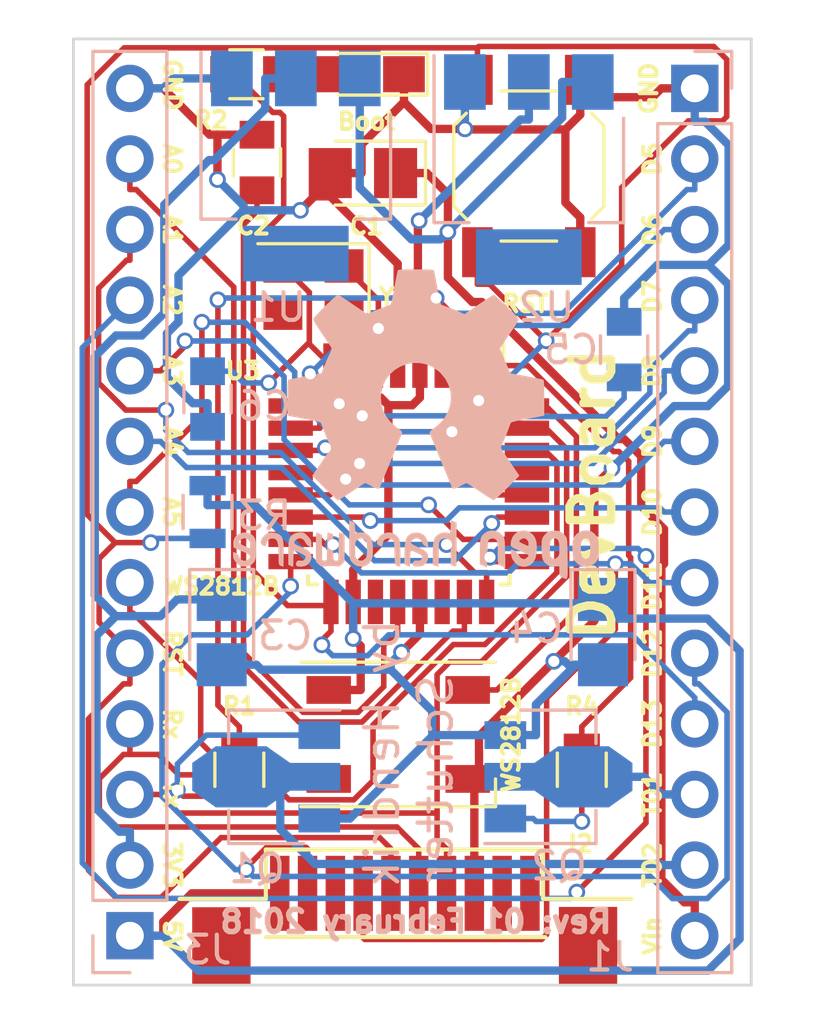
<source format=kicad_pcb>
(kicad_pcb (version 20171130) (host pcbnew 5.0.0)

  (general
    (thickness 1.6)
    (drawings 33)
    (tracks 548)
    (zones 0)
    (modules 23)
    (nets 35)
  )

  (page A4)
  (layers
    (0 F.Cu signal)
    (31 B.Cu signal)
    (32 B.Adhes user)
    (33 F.Adhes user)
    (34 B.Paste user)
    (35 F.Paste user)
    (36 B.SilkS user)
    (37 F.SilkS user)
    (38 B.Mask user)
    (39 F.Mask user)
    (40 Dwgs.User user)
    (41 Cmts.User user)
    (42 Eco1.User user)
    (43 Eco2.User user)
    (44 Edge.Cuts user)
    (45 Margin user)
    (46 B.CrtYd user)
    (47 F.CrtYd user)
    (48 B.Fab user)
    (49 F.Fab user)
  )

  (setup
    (last_trace_width 0.2)
    (trace_clearance 0.15)
    (zone_clearance 0.508)
    (zone_45_only no)
    (trace_min 0.2)
    (segment_width 0.2)
    (edge_width 0.1)
    (via_size 0.6)
    (via_drill 0.4)
    (via_min_size 0.4)
    (via_min_drill 0.3)
    (uvia_size 0.3)
    (uvia_drill 0.1)
    (uvias_allowed no)
    (uvia_min_size 0.2)
    (uvia_min_drill 0.1)
    (pcb_text_width 0.3)
    (pcb_text_size 1.5 1.5)
    (mod_edge_width 0.15)
    (mod_text_size 1 1)
    (mod_text_width 0.15)
    (pad_size 1.5 1.5)
    (pad_drill 0.6)
    (pad_to_mask_clearance 0)
    (aux_axis_origin 0 0)
    (visible_elements FFFFFFFF)
    (pcbplotparams
      (layerselection 0x010fc_80000001)
      (usegerberextensions false)
      (usegerberattributes false)
      (usegerberadvancedattributes false)
      (creategerberjobfile false)
      (excludeedgelayer true)
      (linewidth 0.100000)
      (plotframeref false)
      (viasonmask false)
      (mode 1)
      (useauxorigin false)
      (hpglpennumber 1)
      (hpglpenspeed 20)
      (hpglpendiameter 15.000000)
      (psnegative false)
      (psa4output false)
      (plotreference true)
      (plotvalue true)
      (plotinvisibletext false)
      (padsonsilk false)
      (subtractmaskfromsilk false)
      (outputformat 1)
      (mirror false)
      (drillshape 0)
      (scaleselection 1)
      (outputdirectory "Gerber/"))
  )

  (net 0 "")
  (net 1 Vin)
  (net 2 GND)
  (net 3 "Net-(C2-Pad1)")
  (net 4 +3V3)
  (net 5 VCC)
  (net 6 "Net-(C5-Pad2)")
  (net 7 "Net-(C6-Pad2)")
  (net 8 "Net-(D1-Pad2)")
  (net 9 D5)
  (net 10 D6)
  (net 11 D7)
  (net 12 D8)
  (net 13 D9)
  (net 14 D10)
  (net 15 D11)
  (net 16 D12)
  (net 17 D13)
  (net 18 T01)
  (net 19 T02)
  (net 20 RST)
  (net 21 Rx)
  (net 22 Tx)
  (net 23 WS2812B)
  (net 24 A5)
  (net 25 A4)
  (net 26 A3)
  (net 27 A2)
  (net 28 A1)
  (net 29 A0)
  (net 30 "Net-(LED1-Pad4)")
  (net 31 "Net-(Q1-Pad1)")
  (net 32 "Net-(Q2-Pad1)")
  (net 33 "Net-(R1-Pad2)")
  (net 34 "Net-(R4-Pad2)")

  (net_class Default "This is the default net class."
    (clearance 0.15)
    (trace_width 0.2)
    (via_dia 0.6)
    (via_drill 0.4)
    (uvia_dia 0.3)
    (uvia_drill 0.1)
    (add_net A0)
    (add_net A1)
    (add_net A2)
    (add_net A3)
    (add_net A4)
    (add_net A5)
    (add_net D10)
    (add_net D11)
    (add_net D12)
    (add_net D13)
    (add_net D5)
    (add_net D6)
    (add_net D7)
    (add_net D8)
    (add_net D9)
    (add_net "Net-(C2-Pad1)")
    (add_net "Net-(C5-Pad2)")
    (add_net "Net-(C6-Pad2)")
    (add_net "Net-(D1-Pad2)")
    (add_net "Net-(LED1-Pad4)")
    (add_net "Net-(Q1-Pad1)")
    (add_net "Net-(Q2-Pad1)")
    (add_net "Net-(R1-Pad2)")
    (add_net "Net-(R4-Pad2)")
    (add_net RST)
    (add_net Rx)
    (add_net Tx)
    (add_net WS2812B)
  )

  (net_class Power ""
    (clearance 0.2)
    (trace_width 0.3)
    (via_dia 0.6)
    (via_drill 0.4)
    (uvia_dia 0.3)
    (uvia_drill 0.1)
    (add_net +3V3)
    (add_net GND)
    (add_net T01)
    (add_net T02)
    (add_net VCC)
    (add_net Vin)
  )

  (module Capacitors_Tantalum_SMD:CP_Tantalum_Case-R_EIA-2012-12_Reflow (layer F.Cu) (tedit 5A7776B1) (tstamp 5A7769AB)
    (at 96.266 76.962 180)
    (descr "Tantalum capacitor, Case R, EIA 2012-12, 2.0x1.3x1.2mm, Reflow soldering footprint")
    (tags "capacitor tantalum smd")
    (path /5A7748BD)
    (attr smd)
    (fp_text reference C1 (at -0.127 -1.905 180) (layer F.SilkS)
      (effects (font (size 0.6 0.6) (thickness 0.15)))
    )
    (fp_text value 10µF (at 0 2.4 180) (layer F.Fab)
      (effects (font (size 1 1) (thickness 0.15)))
    )
    (fp_text user %R (at 0 0 180) (layer F.Fab)
      (effects (font (size 0.5 0.5) (thickness 0.075)))
    )
    (fp_line (start -2.35 -1.3) (end -2.35 1.3) (layer F.CrtYd) (width 0.05))
    (fp_line (start -2.35 1.3) (end 2.35 1.3) (layer F.CrtYd) (width 0.05))
    (fp_line (start 2.35 1.3) (end 2.35 -1.3) (layer F.CrtYd) (width 0.05))
    (fp_line (start 2.35 -1.3) (end -2.35 -1.3) (layer F.CrtYd) (width 0.05))
    (fp_line (start -1 -0.65) (end -1 0.65) (layer F.Fab) (width 0.1))
    (fp_line (start -1 0.65) (end 1 0.65) (layer F.Fab) (width 0.1))
    (fp_line (start 1 0.65) (end 1 -0.65) (layer F.Fab) (width 0.1))
    (fp_line (start 1 -0.65) (end -1 -0.65) (layer F.Fab) (width 0.1))
    (fp_line (start -0.8 -0.65) (end -0.8 0.65) (layer F.Fab) (width 0.1))
    (fp_line (start -0.7 -0.65) (end -0.7 0.65) (layer F.Fab) (width 0.1))
    (fp_line (start -2.25 -1.15) (end 1 -1.15) (layer F.SilkS) (width 0.12))
    (fp_line (start -2.25 1.15) (end 1 1.15) (layer F.SilkS) (width 0.12))
    (fp_line (start -2.25 -1.15) (end -2.25 1.15) (layer F.SilkS) (width 0.12))
    (pad 1 smd rect (at -1.175 0 180) (size 1.55 1.8) (layers F.Cu F.Paste F.Mask)
      (net 1 Vin))
    (pad 2 smd rect (at 1.175 0 180) (size 1.55 1.8) (layers F.Cu F.Paste F.Mask)
      (net 2 GND))
    (model Capacitors_Tantalum_SMD.3dshapes/CP_Tantalum_Case-R_EIA-2012-12.wrl
      (at (xyz 0 0 0))
      (scale (xyz 1 1 1))
      (rotate (xyz 0 0 0))
    )
  )

  (module Capacitors_SMD:C_0805 (layer F.Cu) (tedit 5A7776A8) (tstamp 5A7769B1)
    (at 92.456 76.581 90)
    (descr "Capacitor SMD 0805, reflow soldering, AVX (see smccp.pdf)")
    (tags "capacitor 0805")
    (path /59ECBCF8)
    (attr smd)
    (fp_text reference C2 (at -2.286 -0.127 180) (layer F.SilkS)
      (effects (font (size 0.6 0.6) (thickness 0.15)))
    )
    (fp_text value "0.1 µF" (at 0 1.75 90) (layer F.Fab)
      (effects (font (size 1 1) (thickness 0.15)))
    )
    (fp_text user %R (at 0 -1.5 90) (layer F.Fab)
      (effects (font (size 1 1) (thickness 0.15)))
    )
    (fp_line (start -1 0.62) (end -1 -0.62) (layer F.Fab) (width 0.1))
    (fp_line (start 1 0.62) (end -1 0.62) (layer F.Fab) (width 0.1))
    (fp_line (start 1 -0.62) (end 1 0.62) (layer F.Fab) (width 0.1))
    (fp_line (start -1 -0.62) (end 1 -0.62) (layer F.Fab) (width 0.1))
    (fp_line (start 0.5 -0.85) (end -0.5 -0.85) (layer F.SilkS) (width 0.12))
    (fp_line (start -0.5 0.85) (end 0.5 0.85) (layer F.SilkS) (width 0.12))
    (fp_line (start -1.75 -0.88) (end 1.75 -0.88) (layer F.CrtYd) (width 0.05))
    (fp_line (start -1.75 -0.88) (end -1.75 0.87) (layer F.CrtYd) (width 0.05))
    (fp_line (start 1.75 0.87) (end 1.75 -0.88) (layer F.CrtYd) (width 0.05))
    (fp_line (start 1.75 0.87) (end -1.75 0.87) (layer F.CrtYd) (width 0.05))
    (pad 1 smd rect (at -1 0 90) (size 1 1.25) (layers F.Cu F.Paste F.Mask)
      (net 3 "Net-(C2-Pad1)"))
    (pad 2 smd rect (at 1 0 90) (size 1 1.25) (layers F.Cu F.Paste F.Mask)
      (net 2 GND))
    (model Capacitors_SMD.3dshapes/C_0805.wrl
      (at (xyz 0 0 0))
      (scale (xyz 1 1 1))
      (rotate (xyz 0 0 0))
    )
  )

  (module Capacitors_Tantalum_SMD:CP_Tantalum_Case-R_EIA-2012-12_Reflow (layer B.Cu) (tedit 5A77772D) (tstamp 5A7769B7)
    (at 91.186 93.472 270)
    (descr "Tantalum capacitor, Case R, EIA 2012-12, 2.0x1.3x1.2mm, Reflow soldering footprint")
    (tags "capacitor tantalum smd")
    (path /5A77CFA0)
    (attr smd)
    (fp_text reference C3 (at 0.127 -2.286) (layer B.SilkS)
      (effects (font (size 1 1) (thickness 0.15)) (justify mirror))
    )
    (fp_text value 10µF (at 0 -2.4 270) (layer B.Fab)
      (effects (font (size 1 1) (thickness 0.15)) (justify mirror))
    )
    (fp_text user %R (at 0 0 270) (layer B.Fab)
      (effects (font (size 0.5 0.5) (thickness 0.075)) (justify mirror))
    )
    (fp_line (start -2.35 1.3) (end -2.35 -1.3) (layer B.CrtYd) (width 0.05))
    (fp_line (start -2.35 -1.3) (end 2.35 -1.3) (layer B.CrtYd) (width 0.05))
    (fp_line (start 2.35 -1.3) (end 2.35 1.3) (layer B.CrtYd) (width 0.05))
    (fp_line (start 2.35 1.3) (end -2.35 1.3) (layer B.CrtYd) (width 0.05))
    (fp_line (start -1 0.65) (end -1 -0.65) (layer B.Fab) (width 0.1))
    (fp_line (start -1 -0.65) (end 1 -0.65) (layer B.Fab) (width 0.1))
    (fp_line (start 1 -0.65) (end 1 0.65) (layer B.Fab) (width 0.1))
    (fp_line (start 1 0.65) (end -1 0.65) (layer B.Fab) (width 0.1))
    (fp_line (start -0.8 0.65) (end -0.8 -0.65) (layer B.Fab) (width 0.1))
    (fp_line (start -0.7 0.65) (end -0.7 -0.65) (layer B.Fab) (width 0.1))
    (fp_line (start -2.25 1.15) (end 1 1.15) (layer B.SilkS) (width 0.12))
    (fp_line (start -2.25 -1.15) (end 1 -1.15) (layer B.SilkS) (width 0.12))
    (fp_line (start -2.25 1.15) (end -2.25 -1.15) (layer B.SilkS) (width 0.12))
    (pad 1 smd rect (at -1.175 0 270) (size 1.55 1.8) (layers B.Cu B.Paste B.Mask)
      (net 4 +3V3))
    (pad 2 smd rect (at 1.175 0 270) (size 1.55 1.8) (layers B.Cu B.Paste B.Mask)
      (net 2 GND))
    (model Capacitors_Tantalum_SMD.3dshapes/CP_Tantalum_Case-R_EIA-2012-12.wrl
      (at (xyz 0 0 0))
      (scale (xyz 1 1 1))
      (rotate (xyz 0 0 0))
    )
  )

  (module Capacitors_Tantalum_SMD:CP_Tantalum_Case-R_EIA-2012-12_Reflow (layer B.Cu) (tedit 5A777728) (tstamp 5A7769BD)
    (at 104.902 93.472 270)
    (descr "Tantalum capacitor, Case R, EIA 2012-12, 2.0x1.3x1.2mm, Reflow soldering footprint")
    (tags "capacitor tantalum smd")
    (path /5A7749A4)
    (attr smd)
    (fp_text reference C4 (at -0.127 2.413) (layer B.SilkS)
      (effects (font (size 1 1) (thickness 0.15)) (justify mirror))
    )
    (fp_text value 10µF (at 0 -2.4 270) (layer B.Fab)
      (effects (font (size 1 1) (thickness 0.15)) (justify mirror))
    )
    (fp_text user %R (at -1.397 0.381 270) (layer B.Fab)
      (effects (font (size 0.5 0.5) (thickness 0.075)) (justify mirror))
    )
    (fp_line (start -2.35 1.3) (end -2.35 -1.3) (layer B.CrtYd) (width 0.05))
    (fp_line (start -2.35 -1.3) (end 2.35 -1.3) (layer B.CrtYd) (width 0.05))
    (fp_line (start 2.35 -1.3) (end 2.35 1.3) (layer B.CrtYd) (width 0.05))
    (fp_line (start 2.35 1.3) (end -2.35 1.3) (layer B.CrtYd) (width 0.05))
    (fp_line (start -1 0.65) (end -1 -0.65) (layer B.Fab) (width 0.1))
    (fp_line (start -1 -0.65) (end 1 -0.65) (layer B.Fab) (width 0.1))
    (fp_line (start 1 -0.65) (end 1 0.65) (layer B.Fab) (width 0.1))
    (fp_line (start 1 0.65) (end -1 0.65) (layer B.Fab) (width 0.1))
    (fp_line (start -0.8 0.65) (end -0.8 -0.65) (layer B.Fab) (width 0.1))
    (fp_line (start -0.7 0.65) (end -0.7 -0.65) (layer B.Fab) (width 0.1))
    (fp_line (start -2.25 1.15) (end 1 1.15) (layer B.SilkS) (width 0.12))
    (fp_line (start -2.25 -1.15) (end 1 -1.15) (layer B.SilkS) (width 0.12))
    (fp_line (start -2.25 1.15) (end -2.25 -1.15) (layer B.SilkS) (width 0.12))
    (pad 1 smd rect (at -1.175 0 270) (size 1.55 1.8) (layers B.Cu B.Paste B.Mask)
      (net 5 VCC))
    (pad 2 smd rect (at 1.175 0 270) (size 1.55 1.8) (layers B.Cu B.Paste B.Mask)
      (net 2 GND))
    (model Capacitors_Tantalum_SMD.3dshapes/CP_Tantalum_Case-R_EIA-2012-12.wrl
      (at (xyz 0 0 0))
      (scale (xyz 1 1 1))
      (rotate (xyz 0 0 0))
    )
  )

  (module Capacitors_SMD:C_0805 (layer B.Cu) (tedit 5A777747) (tstamp 5A7769C3)
    (at 105.664 83.312 270)
    (descr "Capacitor SMD 0805, reflow soldering, AVX (see smccp.pdf)")
    (tags "capacitor 0805")
    (path /59EC6807)
    (attr smd)
    (fp_text reference C5 (at 0 1.905) (layer B.SilkS)
      (effects (font (size 1 1) (thickness 0.15)) (justify mirror))
    )
    (fp_text value "22 pF" (at 0 -1.75 270) (layer B.Fab)
      (effects (font (size 1 1) (thickness 0.15)) (justify mirror))
    )
    (fp_text user %R (at 0 1.5 270) (layer B.Fab)
      (effects (font (size 1 1) (thickness 0.15)) (justify mirror))
    )
    (fp_line (start -1 -0.62) (end -1 0.62) (layer B.Fab) (width 0.1))
    (fp_line (start 1 -0.62) (end -1 -0.62) (layer B.Fab) (width 0.1))
    (fp_line (start 1 0.62) (end 1 -0.62) (layer B.Fab) (width 0.1))
    (fp_line (start -1 0.62) (end 1 0.62) (layer B.Fab) (width 0.1))
    (fp_line (start 0.5 0.85) (end -0.5 0.85) (layer B.SilkS) (width 0.12))
    (fp_line (start -0.5 -0.85) (end 0.5 -0.85) (layer B.SilkS) (width 0.12))
    (fp_line (start -1.75 0.88) (end 1.75 0.88) (layer B.CrtYd) (width 0.05))
    (fp_line (start -1.75 0.88) (end -1.75 -0.87) (layer B.CrtYd) (width 0.05))
    (fp_line (start 1.75 -0.87) (end 1.75 0.88) (layer B.CrtYd) (width 0.05))
    (fp_line (start 1.75 -0.87) (end -1.75 -0.87) (layer B.CrtYd) (width 0.05))
    (pad 1 smd rect (at -1 0 270) (size 1 1.25) (layers B.Cu B.Paste B.Mask)
      (net 2 GND))
    (pad 2 smd rect (at 1 0 270) (size 1 1.25) (layers B.Cu B.Paste B.Mask)
      (net 6 "Net-(C5-Pad2)"))
    (model Capacitors_SMD.3dshapes/C_0805.wrl
      (at (xyz 0 0 0))
      (scale (xyz 1 1 1))
      (rotate (xyz 0 0 0))
    )
  )

  (module Capacitors_SMD:C_0805 (layer B.Cu) (tedit 5A777736) (tstamp 5A7769C9)
    (at 90.678 85.09 90)
    (descr "Capacitor SMD 0805, reflow soldering, AVX (see smccp.pdf)")
    (tags "capacitor 0805")
    (path /59EC68A2)
    (attr smd)
    (fp_text reference C6 (at -0.254 2.032 180) (layer B.SilkS)
      (effects (font (size 1 1) (thickness 0.15)) (justify mirror))
    )
    (fp_text value "22 pF" (at 0 -1.75 90) (layer B.Fab)
      (effects (font (size 1 1) (thickness 0.15)) (justify mirror))
    )
    (fp_text user %R (at 0 1.5 90) (layer B.Fab)
      (effects (font (size 1 1) (thickness 0.15)) (justify mirror))
    )
    (fp_line (start -1 -0.62) (end -1 0.62) (layer B.Fab) (width 0.1))
    (fp_line (start 1 -0.62) (end -1 -0.62) (layer B.Fab) (width 0.1))
    (fp_line (start 1 0.62) (end 1 -0.62) (layer B.Fab) (width 0.1))
    (fp_line (start -1 0.62) (end 1 0.62) (layer B.Fab) (width 0.1))
    (fp_line (start 0.5 0.85) (end -0.5 0.85) (layer B.SilkS) (width 0.12))
    (fp_line (start -0.5 -0.85) (end 0.5 -0.85) (layer B.SilkS) (width 0.12))
    (fp_line (start -1.75 0.88) (end 1.75 0.88) (layer B.CrtYd) (width 0.05))
    (fp_line (start -1.75 0.88) (end -1.75 -0.87) (layer B.CrtYd) (width 0.05))
    (fp_line (start 1.75 -0.87) (end 1.75 0.88) (layer B.CrtYd) (width 0.05))
    (fp_line (start 1.75 -0.87) (end -1.75 -0.87) (layer B.CrtYd) (width 0.05))
    (pad 1 smd rect (at -1 0 90) (size 1 1.25) (layers B.Cu B.Paste B.Mask)
      (net 2 GND))
    (pad 2 smd rect (at 1 0 90) (size 1 1.25) (layers B.Cu B.Paste B.Mask)
      (net 7 "Net-(C6-Pad2)"))
    (model Capacitors_SMD.3dshapes/C_0805.wrl
      (at (xyz 0 0 0))
      (scale (xyz 1 1 1))
      (rotate (xyz 0 0 0))
    )
  )

  (module LEDs:LED_0805_HandSoldering (layer F.Cu) (tedit 5A7776A4) (tstamp 5A7769CF)
    (at 96.393 73.406 180)
    (descr "Resistor SMD 0805, hand soldering")
    (tags "resistor 0805")
    (path /5A775866)
    (attr smd)
    (fp_text reference Boot (at 0 -1.7 180) (layer F.SilkS)
      (effects (font (size 0.6 0.6) (thickness 0.15)))
    )
    (fp_text value LED (at 0 1.75 180) (layer F.Fab)
      (effects (font (size 1 1) (thickness 0.15)))
    )
    (fp_line (start -0.4 -0.4) (end -0.4 0.4) (layer F.Fab) (width 0.1))
    (fp_line (start -0.4 0) (end 0.2 -0.4) (layer F.Fab) (width 0.1))
    (fp_line (start 0.2 0.4) (end -0.4 0) (layer F.Fab) (width 0.1))
    (fp_line (start 0.2 -0.4) (end 0.2 0.4) (layer F.Fab) (width 0.1))
    (fp_line (start -1 0.62) (end -1 -0.62) (layer F.Fab) (width 0.1))
    (fp_line (start 1 0.62) (end -1 0.62) (layer F.Fab) (width 0.1))
    (fp_line (start 1 -0.62) (end 1 0.62) (layer F.Fab) (width 0.1))
    (fp_line (start -1 -0.62) (end 1 -0.62) (layer F.Fab) (width 0.1))
    (fp_line (start 1 0.75) (end -2.2 0.75) (layer F.SilkS) (width 0.12))
    (fp_line (start -2.2 -0.75) (end 1 -0.75) (layer F.SilkS) (width 0.12))
    (fp_line (start -2.35 -0.9) (end 2.35 -0.9) (layer F.CrtYd) (width 0.05))
    (fp_line (start -2.35 -0.9) (end -2.35 0.9) (layer F.CrtYd) (width 0.05))
    (fp_line (start 2.35 0.9) (end 2.35 -0.9) (layer F.CrtYd) (width 0.05))
    (fp_line (start 2.35 0.9) (end -2.35 0.9) (layer F.CrtYd) (width 0.05))
    (fp_line (start -2.2 -0.75) (end -2.2 0.75) (layer F.SilkS) (width 0.12))
    (pad 1 smd rect (at -1.35 0 180) (size 1.5 1.3) (layers F.Cu F.Paste F.Mask)
      (net 2 GND))
    (pad 2 smd rect (at 1.35 0 180) (size 1.5 1.3) (layers F.Cu F.Paste F.Mask)
      (net 8 "Net-(D1-Pad2)"))
    (model ${KISYS3DMOD}/LEDs.3dshapes/LED_0805.wrl
      (at (xyz 0 0 0))
      (scale (xyz 1 1 1))
      (rotate (xyz 0 0 0))
    )
  )

  (module Pin_Headers:Pin_Header_Straight_1x13_Pitch2.54mm (layer B.Cu) (tedit 5A777715) (tstamp 5A7769E0)
    (at 108.204 73.914 180)
    (descr "Through hole straight pin header, 1x13, 2.54mm pitch, single row")
    (tags "Through hole pin header THT 1x13 2.54mm single row")
    (path /5A777CB8)
    (fp_text reference J1 (at 3.048 -31.242 180) (layer B.SilkS)
      (effects (font (size 1 1) (thickness 0.15)) (justify mirror))
    )
    (fp_text value Conn_01x13 (at 0 -32.81 180) (layer B.Fab)
      (effects (font (size 1 1) (thickness 0.15)) (justify mirror))
    )
    (fp_line (start -0.635 1.27) (end 1.27 1.27) (layer B.Fab) (width 0.1))
    (fp_line (start 1.27 1.27) (end 1.27 -31.75) (layer B.Fab) (width 0.1))
    (fp_line (start 1.27 -31.75) (end -1.27 -31.75) (layer B.Fab) (width 0.1))
    (fp_line (start -1.27 -31.75) (end -1.27 0.635) (layer B.Fab) (width 0.1))
    (fp_line (start -1.27 0.635) (end -0.635 1.27) (layer B.Fab) (width 0.1))
    (fp_line (start -1.33 -31.81) (end 1.33 -31.81) (layer B.SilkS) (width 0.12))
    (fp_line (start -1.33 -1.27) (end -1.33 -31.81) (layer B.SilkS) (width 0.12))
    (fp_line (start 1.33 -1.27) (end 1.33 -31.81) (layer B.SilkS) (width 0.12))
    (fp_line (start -1.33 -1.27) (end 1.33 -1.27) (layer B.SilkS) (width 0.12))
    (fp_line (start -1.33 0) (end -1.33 1.33) (layer B.SilkS) (width 0.12))
    (fp_line (start -1.33 1.33) (end 0 1.33) (layer B.SilkS) (width 0.12))
    (fp_line (start -1.8 1.8) (end -1.8 -32.25) (layer B.CrtYd) (width 0.05))
    (fp_line (start -1.8 -32.25) (end 1.8 -32.25) (layer B.CrtYd) (width 0.05))
    (fp_line (start 1.8 -32.25) (end 1.8 1.8) (layer B.CrtYd) (width 0.05))
    (fp_line (start 1.8 1.8) (end -1.8 1.8) (layer B.CrtYd) (width 0.05))
    (fp_text user %R (at 0 -15.24 90) (layer B.Fab)
      (effects (font (size 1 1) (thickness 0.15)) (justify mirror))
    )
    (pad 1 thru_hole rect (at 0 0 180) (size 1.7 1.7) (drill 1) (layers *.Cu *.Mask)
      (net 2 GND))
    (pad 2 thru_hole oval (at 0 -2.54 180) (size 1.7 1.7) (drill 1) (layers *.Cu *.Mask)
      (net 9 D5))
    (pad 3 thru_hole oval (at 0 -5.08 180) (size 1.7 1.7) (drill 1) (layers *.Cu *.Mask)
      (net 10 D6))
    (pad 4 thru_hole oval (at 0 -7.62 180) (size 1.7 1.7) (drill 1) (layers *.Cu *.Mask)
      (net 11 D7))
    (pad 5 thru_hole oval (at 0 -10.16 180) (size 1.7 1.7) (drill 1) (layers *.Cu *.Mask)
      (net 12 D8))
    (pad 6 thru_hole oval (at 0 -12.7 180) (size 1.7 1.7) (drill 1) (layers *.Cu *.Mask)
      (net 13 D9))
    (pad 7 thru_hole oval (at 0 -15.24 180) (size 1.7 1.7) (drill 1) (layers *.Cu *.Mask)
      (net 14 D10))
    (pad 8 thru_hole oval (at 0 -17.78 180) (size 1.7 1.7) (drill 1) (layers *.Cu *.Mask)
      (net 15 D11))
    (pad 9 thru_hole oval (at 0 -20.32 180) (size 1.7 1.7) (drill 1) (layers *.Cu *.Mask)
      (net 16 D12))
    (pad 10 thru_hole oval (at 0 -22.86 180) (size 1.7 1.7) (drill 1) (layers *.Cu *.Mask)
      (net 17 D13))
    (pad 11 thru_hole oval (at 0 -25.4 180) (size 1.7 1.7) (drill 1) (layers *.Cu *.Mask)
      (net 18 T01))
    (pad 12 thru_hole oval (at 0 -27.94 180) (size 1.7 1.7) (drill 1) (layers *.Cu *.Mask)
      (net 19 T02))
    (pad 13 thru_hole oval (at 0 -30.48 180) (size 1.7 1.7) (drill 1) (layers *.Cu *.Mask)
      (net 1 Vin))
    (model ${KISYS3DMOD}/Pin_Headers.3dshapes/Pin_Header_Straight_1x13_Pitch2.54mm.wrl
      (at (xyz 0 0 0))
      (scale (xyz 1 1 1))
      (rotate (xyz 0 0 0))
    )
  )

  (module Pin_Headers:Pin_Header_Straight_1x13_Pitch2.54mm (layer B.Cu) (tedit 5A777717) (tstamp 5A776A01)
    (at 87.884 104.394)
    (descr "Through hole straight pin header, 1x13, 2.54mm pitch, single row")
    (tags "Through hole pin header THT 1x13 2.54mm single row")
    (path /5A777D60)
    (fp_text reference J3 (at 2.794 0.508) (layer B.SilkS)
      (effects (font (size 1 1) (thickness 0.15)) (justify mirror))
    )
    (fp_text value Conn_01x13 (at 0 -32.81) (layer B.Fab)
      (effects (font (size 1 1) (thickness 0.15)) (justify mirror))
    )
    (fp_line (start -0.635 1.27) (end 1.27 1.27) (layer B.Fab) (width 0.1))
    (fp_line (start 1.27 1.27) (end 1.27 -31.75) (layer B.Fab) (width 0.1))
    (fp_line (start 1.27 -31.75) (end -1.27 -31.75) (layer B.Fab) (width 0.1))
    (fp_line (start -1.27 -31.75) (end -1.27 0.635) (layer B.Fab) (width 0.1))
    (fp_line (start -1.27 0.635) (end -0.635 1.27) (layer B.Fab) (width 0.1))
    (fp_line (start -1.33 -31.81) (end 1.33 -31.81) (layer B.SilkS) (width 0.12))
    (fp_line (start -1.33 -1.27) (end -1.33 -31.81) (layer B.SilkS) (width 0.12))
    (fp_line (start 1.33 -1.27) (end 1.33 -31.81) (layer B.SilkS) (width 0.12))
    (fp_line (start -1.33 -1.27) (end 1.33 -1.27) (layer B.SilkS) (width 0.12))
    (fp_line (start -1.33 0) (end -1.33 1.33) (layer B.SilkS) (width 0.12))
    (fp_line (start -1.33 1.33) (end 0 1.33) (layer B.SilkS) (width 0.12))
    (fp_line (start -1.8 1.8) (end -1.8 -32.25) (layer B.CrtYd) (width 0.05))
    (fp_line (start -1.8 -32.25) (end 1.8 -32.25) (layer B.CrtYd) (width 0.05))
    (fp_line (start 1.8 -32.25) (end 1.8 1.8) (layer B.CrtYd) (width 0.05))
    (fp_line (start 1.8 1.8) (end -1.8 1.8) (layer B.CrtYd) (width 0.05))
    (fp_text user %R (at 0 -15.24 270) (layer B.Fab)
      (effects (font (size 1 1) (thickness 0.15)) (justify mirror))
    )
    (pad 1 thru_hole rect (at 0 0) (size 1.7 1.7) (drill 1) (layers *.Cu *.Mask)
      (net 5 VCC))
    (pad 2 thru_hole oval (at 0 -2.54) (size 1.7 1.7) (drill 1) (layers *.Cu *.Mask)
      (net 4 +3V3))
    (pad 3 thru_hole oval (at 0 -5.08) (size 1.7 1.7) (drill 1) (layers *.Cu *.Mask)
      (net 22 Tx))
    (pad 4 thru_hole oval (at 0 -7.62) (size 1.7 1.7) (drill 1) (layers *.Cu *.Mask)
      (net 21 Rx))
    (pad 5 thru_hole oval (at 0 -10.16) (size 1.7 1.7) (drill 1) (layers *.Cu *.Mask)
      (net 20 RST))
    (pad 6 thru_hole oval (at 0 -12.7) (size 1.7 1.7) (drill 1) (layers *.Cu *.Mask)
      (net 23 WS2812B))
    (pad 7 thru_hole oval (at 0 -15.24) (size 1.7 1.7) (drill 1) (layers *.Cu *.Mask)
      (net 24 A5))
    (pad 8 thru_hole oval (at 0 -17.78) (size 1.7 1.7) (drill 1) (layers *.Cu *.Mask)
      (net 25 A4))
    (pad 9 thru_hole oval (at 0 -20.32) (size 1.7 1.7) (drill 1) (layers *.Cu *.Mask)
      (net 26 A3))
    (pad 10 thru_hole oval (at 0 -22.86) (size 1.7 1.7) (drill 1) (layers *.Cu *.Mask)
      (net 27 A2))
    (pad 11 thru_hole oval (at 0 -25.4) (size 1.7 1.7) (drill 1) (layers *.Cu *.Mask)
      (net 28 A1))
    (pad 12 thru_hole oval (at 0 -27.94) (size 1.7 1.7) (drill 1) (layers *.Cu *.Mask)
      (net 29 A0))
    (pad 13 thru_hole oval (at 0 -30.48) (size 1.7 1.7) (drill 1) (layers *.Cu *.Mask)
      (net 2 GND))
    (model ${KISYS3DMOD}/Pin_Headers.3dshapes/Pin_Header_Straight_1x13_Pitch2.54mm.wrl
      (at (xyz 0 0 0))
      (scale (xyz 1 1 1))
      (rotate (xyz 0 0 0))
    )
  )

  (module LEDs:LED_WS2812B-PLCC4 (layer F.Cu) (tedit 5A7826AB) (tstamp 5A776A09)
    (at 97.536 97.155)
    (descr http://www.world-semi.com/uploads/soft/150522/1-150522091P5.pdf)
    (tags "LED NeoPixel")
    (path /5A7759B1)
    (attr smd)
    (fp_text reference WS2812B (at 4.064 0 90) (layer F.SilkS)
      (effects (font (size 0.6 0.6) (thickness 0.15)))
    )
    (fp_text value WS2812B (at 0 4) (layer F.Fab)
      (effects (font (size 1 1) (thickness 0.15)))
    )
    (fp_line (start 3.75 -2.85) (end -3.75 -2.85) (layer F.CrtYd) (width 0.05))
    (fp_line (start 3.75 2.85) (end 3.75 -2.85) (layer F.CrtYd) (width 0.05))
    (fp_line (start -3.75 2.85) (end 3.75 2.85) (layer F.CrtYd) (width 0.05))
    (fp_line (start -3.75 -2.85) (end -3.75 2.85) (layer F.CrtYd) (width 0.05))
    (fp_line (start 2.5 1.5) (end 1.5 2.5) (layer F.Fab) (width 0.1))
    (fp_line (start -2.5 -2.5) (end -2.5 2.5) (layer F.Fab) (width 0.1))
    (fp_line (start -2.5 2.5) (end 2.5 2.5) (layer F.Fab) (width 0.1))
    (fp_line (start 2.5 2.5) (end 2.5 -2.5) (layer F.Fab) (width 0.1))
    (fp_line (start 2.5 -2.5) (end -2.5 -2.5) (layer F.Fab) (width 0.1))
    (fp_line (start -3.5 -2.6) (end 3.5 -2.6) (layer F.SilkS) (width 0.12))
    (fp_line (start -3.5 2.6) (end 3.5 2.6) (layer F.SilkS) (width 0.12))
    (fp_line (start 3.5 2.6) (end 3.5 1.6) (layer F.SilkS) (width 0.12))
    (fp_circle (center 0 0) (end 0 -2) (layer F.Fab) (width 0.1))
    (pad 3 smd rect (at 2.5 1.6) (size 1.6 1) (layers F.Cu F.Paste F.Mask)
      (net 2 GND))
    (pad 4 smd rect (at 2.5 -1.6) (size 1.6 1) (layers F.Cu F.Paste F.Mask)
      (net 30 "Net-(LED1-Pad4)"))
    (pad 2 smd rect (at -2.5 1.6) (size 1.6 1) (layers F.Cu F.Paste F.Mask)
      (net 23 WS2812B))
    (pad 1 smd rect (at -2.5 -1.6) (size 1.6 1) (layers F.Cu F.Paste F.Mask)
      (net 5 VCC))
    (model ${KISYS3DMOD}/LEDs.3dshapes/LED_WS2812B-PLCC4.wrl
      (at (xyz 0 0 0))
      (scale (xyz 0.39 0.39 0.39))
      (rotate (xyz 0 0 180))
    )
  )

  (module TO_SOT_Packages_SMD:SOT-89-3 (layer B.Cu) (tedit 5A77771A) (tstamp 5A776A13)
    (at 93.218 98.679 180)
    (descr SOT-89-3)
    (tags SOT-89-3)
    (path /59EC223E)
    (attr smd)
    (fp_text reference Q1 (at 0.762 -3.302 180) (layer B.SilkS)
      (effects (font (size 1 1) (thickness 0.15)) (justify mirror))
    )
    (fp_text value BCX56 (at 0.45 -3.25 180) (layer B.Fab)
      (effects (font (size 1 1) (thickness 0.15)) (justify mirror))
    )
    (fp_text user %R (at 0.38 0 90) (layer B.Fab)
      (effects (font (size 0.6 0.6) (thickness 0.09)) (justify mirror))
    )
    (fp_line (start 1.78 -1.2) (end 1.78 -2.4) (layer B.SilkS) (width 0.12))
    (fp_line (start 1.78 -2.4) (end -0.92 -2.4) (layer B.SilkS) (width 0.12))
    (fp_line (start -2.22 2.4) (end 1.78 2.4) (layer B.SilkS) (width 0.12))
    (fp_line (start 1.78 2.4) (end 1.78 1.2) (layer B.SilkS) (width 0.12))
    (fp_line (start -0.92 1.51) (end -0.13 2.3) (layer B.Fab) (width 0.1))
    (fp_line (start 1.68 2.3) (end 1.68 -2.3) (layer B.Fab) (width 0.1))
    (fp_line (start 1.68 -2.3) (end -0.92 -2.3) (layer B.Fab) (width 0.1))
    (fp_line (start -0.92 -2.3) (end -0.92 1.51) (layer B.Fab) (width 0.1))
    (fp_line (start -0.13 2.3) (end 1.68 2.3) (layer B.Fab) (width 0.1))
    (fp_line (start 3.23 2.55) (end 3.23 -2.55) (layer B.CrtYd) (width 0.05))
    (fp_line (start 3.23 2.55) (end -2.48 2.55) (layer B.CrtYd) (width 0.05))
    (fp_line (start -2.48 -2.55) (end 3.23 -2.55) (layer B.CrtYd) (width 0.05))
    (fp_line (start -2.48 -2.55) (end -2.48 2.55) (layer B.CrtYd) (width 0.05))
    (pad 2 smd trapezoid (at 2.667 0 270) (size 1.6 0.85) (rect_delta 0 -0.6 ) (layers B.Cu B.Paste B.Mask)
      (net 19 T02))
    (pad 1 smd rect (at -1.48 1.5 270) (size 1 1.5) (layers B.Cu B.Paste B.Mask)
      (net 31 "Net-(Q1-Pad1)"))
    (pad 2 smd rect (at -1.3335 0 270) (size 1 1.8) (layers B.Cu B.Paste B.Mask)
      (net 19 T02))
    (pad 3 smd rect (at -1.48 -1.5 270) (size 1 1.5) (layers B.Cu B.Paste B.Mask)
      (net 2 GND))
    (pad 2 smd rect (at 1.3335 0 270) (size 2.2 1.84) (layers B.Cu B.Paste B.Mask)
      (net 19 T02))
    (pad 2 smd trapezoid (at -0.0762 0 90) (size 1.5 1) (rect_delta 0 -0.7 ) (layers B.Cu B.Paste B.Mask)
      (net 19 T02))
    (model ${KISYS3DMOD}/TO_SOT_Packages_SMD.3dshapes/SOT-89-3.wrl
      (at (xyz 0 0 0))
      (scale (xyz 1 1 1))
      (rotate (xyz 0 0 0))
    )
  )

  (module TO_SOT_Packages_SMD:SOT-89-3 (layer B.Cu) (tedit 591F0203) (tstamp 5A776A1D)
    (at 102.87 98.679)
    (descr SOT-89-3)
    (tags SOT-89-3)
    (path /59EC2E90)
    (attr smd)
    (fp_text reference Q2 (at 0.45 3.2) (layer B.SilkS)
      (effects (font (size 1 1) (thickness 0.15)) (justify mirror))
    )
    (fp_text value BCX56 (at 0.45 -3.25) (layer B.Fab)
      (effects (font (size 1 1) (thickness 0.15)) (justify mirror))
    )
    (fp_text user %R (at 0.38 0 270) (layer B.Fab)
      (effects (font (size 0.6 0.6) (thickness 0.09)) (justify mirror))
    )
    (fp_line (start 1.78 -1.2) (end 1.78 -2.4) (layer B.SilkS) (width 0.12))
    (fp_line (start 1.78 -2.4) (end -0.92 -2.4) (layer B.SilkS) (width 0.12))
    (fp_line (start -2.22 2.4) (end 1.78 2.4) (layer B.SilkS) (width 0.12))
    (fp_line (start 1.78 2.4) (end 1.78 1.2) (layer B.SilkS) (width 0.12))
    (fp_line (start -0.92 1.51) (end -0.13 2.3) (layer B.Fab) (width 0.1))
    (fp_line (start 1.68 2.3) (end 1.68 -2.3) (layer B.Fab) (width 0.1))
    (fp_line (start 1.68 -2.3) (end -0.92 -2.3) (layer B.Fab) (width 0.1))
    (fp_line (start -0.92 -2.3) (end -0.92 1.51) (layer B.Fab) (width 0.1))
    (fp_line (start -0.13 2.3) (end 1.68 2.3) (layer B.Fab) (width 0.1))
    (fp_line (start 3.23 2.55) (end 3.23 -2.55) (layer B.CrtYd) (width 0.05))
    (fp_line (start 3.23 2.55) (end -2.48 2.55) (layer B.CrtYd) (width 0.05))
    (fp_line (start -2.48 -2.55) (end 3.23 -2.55) (layer B.CrtYd) (width 0.05))
    (fp_line (start -2.48 -2.55) (end -2.48 2.55) (layer B.CrtYd) (width 0.05))
    (pad 2 smd trapezoid (at 2.667 0 90) (size 1.6 0.85) (rect_delta 0 -0.6 ) (layers B.Cu B.Paste B.Mask)
      (net 18 T01))
    (pad 1 smd rect (at -1.48 1.5 90) (size 1 1.5) (layers B.Cu B.Paste B.Mask)
      (net 32 "Net-(Q2-Pad1)"))
    (pad 2 smd rect (at -1.3335 0 90) (size 1 1.8) (layers B.Cu B.Paste B.Mask)
      (net 18 T01))
    (pad 3 smd rect (at -1.48 -1.5 90) (size 1 1.5) (layers B.Cu B.Paste B.Mask)
      (net 2 GND))
    (pad 2 smd rect (at 1.3335 0 90) (size 2.2 1.84) (layers B.Cu B.Paste B.Mask)
      (net 18 T01))
    (pad 2 smd trapezoid (at -0.0762 0 270) (size 1.5 1) (rect_delta 0 -0.7 ) (layers B.Cu B.Paste B.Mask)
      (net 18 T01))
    (model ${KISYS3DMOD}/TO_SOT_Packages_SMD.3dshapes/SOT-89-3.wrl
      (at (xyz 0 0 0))
      (scale (xyz 1 1 1))
      (rotate (xyz 0 0 0))
    )
  )

  (module Resistors_SMD:R_0805 (layer F.Cu) (tedit 5A782698) (tstamp 5A776A23)
    (at 91.821 98.425 90)
    (descr "Resistor SMD 0805, reflow soldering, Vishay (see dcrcw.pdf)")
    (tags "resistor 0805")
    (path /59EC24CA)
    (attr smd)
    (fp_text reference R1 (at 2.286 0 180) (layer F.SilkS)
      (effects (font (size 0.6 0.6) (thickness 0.15)))
    )
    (fp_text value "1k Ω" (at 0 1.75 90) (layer F.Fab)
      (effects (font (size 1 1) (thickness 0.15)))
    )
    (fp_text user %R (at 0 0 90) (layer F.Fab)
      (effects (font (size 0.5 0.5) (thickness 0.075)))
    )
    (fp_line (start -1 0.62) (end -1 -0.62) (layer F.Fab) (width 0.1))
    (fp_line (start 1 0.62) (end -1 0.62) (layer F.Fab) (width 0.1))
    (fp_line (start 1 -0.62) (end 1 0.62) (layer F.Fab) (width 0.1))
    (fp_line (start -1 -0.62) (end 1 -0.62) (layer F.Fab) (width 0.1))
    (fp_line (start 0.6 0.88) (end -0.6 0.88) (layer F.SilkS) (width 0.12))
    (fp_line (start -0.6 -0.88) (end 0.6 -0.88) (layer F.SilkS) (width 0.12))
    (fp_line (start -1.55 -0.9) (end 1.55 -0.9) (layer F.CrtYd) (width 0.05))
    (fp_line (start -1.55 -0.9) (end -1.55 0.9) (layer F.CrtYd) (width 0.05))
    (fp_line (start 1.55 0.9) (end 1.55 -0.9) (layer F.CrtYd) (width 0.05))
    (fp_line (start 1.55 0.9) (end -1.55 0.9) (layer F.CrtYd) (width 0.05))
    (pad 1 smd rect (at -0.95 0 90) (size 0.7 1.3) (layers F.Cu F.Paste F.Mask)
      (net 31 "Net-(Q1-Pad1)"))
    (pad 2 smd rect (at 0.95 0 90) (size 0.7 1.3) (layers F.Cu F.Paste F.Mask)
      (net 33 "Net-(R1-Pad2)"))
    (model ${KISYS3DMOD}/Resistors_SMD.3dshapes/R_0805.wrl
      (at (xyz 0 0 0))
      (scale (xyz 1 1 1))
      (rotate (xyz 0 0 0))
    )
  )

  (module Resistors_SMD:R_0805 (layer F.Cu) (tedit 5A7826C1) (tstamp 5A776A29)
    (at 92.075 73.406 180)
    (descr "Resistor SMD 0805, reflow soldering, Vishay (see dcrcw.pdf)")
    (tags "resistor 0805")
    (path /5A775961)
    (attr smd)
    (fp_text reference R2 (at 1.27 -1.651 180) (layer F.SilkS)
      (effects (font (size 0.6 0.6) (thickness 0.15)))
    )
    (fp_text value "1k Ω" (at 0 1.75 180) (layer F.Fab)
      (effects (font (size 1 1) (thickness 0.15)))
    )
    (fp_text user %R (at 0 0 180) (layer F.Fab)
      (effects (font (size 0.5 0.5) (thickness 0.075)))
    )
    (fp_line (start -1 0.62) (end -1 -0.62) (layer F.Fab) (width 0.1))
    (fp_line (start 1 0.62) (end -1 0.62) (layer F.Fab) (width 0.1))
    (fp_line (start 1 -0.62) (end 1 0.62) (layer F.Fab) (width 0.1))
    (fp_line (start -1 -0.62) (end 1 -0.62) (layer F.Fab) (width 0.1))
    (fp_line (start 0.6 0.88) (end -0.6 0.88) (layer F.SilkS) (width 0.12))
    (fp_line (start -0.6 -0.88) (end 0.6 -0.88) (layer F.SilkS) (width 0.12))
    (fp_line (start -1.55 -0.9) (end 1.55 -0.9) (layer F.CrtYd) (width 0.05))
    (fp_line (start -1.55 -0.9) (end -1.55 0.9) (layer F.CrtYd) (width 0.05))
    (fp_line (start 1.55 0.9) (end 1.55 -0.9) (layer F.CrtYd) (width 0.05))
    (fp_line (start 1.55 0.9) (end -1.55 0.9) (layer F.CrtYd) (width 0.05))
    (pad 1 smd rect (at -0.95 0 180) (size 0.7 1.3) (layers F.Cu F.Paste F.Mask)
      (net 8 "Net-(D1-Pad2)"))
    (pad 2 smd rect (at 0.95 0 180) (size 0.7 1.3) (layers F.Cu F.Paste F.Mask)
      (net 17 D13))
    (model ${KISYS3DMOD}/Resistors_SMD.3dshapes/R_0805.wrl
      (at (xyz 0 0 0))
      (scale (xyz 1 1 1))
      (rotate (xyz 0 0 0))
    )
  )

  (module Resistors_SMD:R_0805 (layer B.Cu) (tedit 5A777731) (tstamp 5A776A2F)
    (at 90.678 89.154 90)
    (descr "Resistor SMD 0805, reflow soldering, Vishay (see dcrcw.pdf)")
    (tags "resistor 0805")
    (path /5A7752A8)
    (attr smd)
    (fp_text reference R3 (at -0.127 2.032 180) (layer B.SilkS)
      (effects (font (size 1 1) (thickness 0.15)) (justify mirror))
    )
    (fp_text value "10k Ω" (at 0 -1.75 90) (layer B.Fab)
      (effects (font (size 1 1) (thickness 0.15)) (justify mirror))
    )
    (fp_text user %R (at 0.127 0 90) (layer B.Fab)
      (effects (font (size 0.5 0.5) (thickness 0.075)) (justify mirror))
    )
    (fp_line (start -1 -0.62) (end -1 0.62) (layer B.Fab) (width 0.1))
    (fp_line (start 1 -0.62) (end -1 -0.62) (layer B.Fab) (width 0.1))
    (fp_line (start 1 0.62) (end 1 -0.62) (layer B.Fab) (width 0.1))
    (fp_line (start -1 0.62) (end 1 0.62) (layer B.Fab) (width 0.1))
    (fp_line (start 0.6 -0.88) (end -0.6 -0.88) (layer B.SilkS) (width 0.12))
    (fp_line (start -0.6 0.88) (end 0.6 0.88) (layer B.SilkS) (width 0.12))
    (fp_line (start -1.55 0.9) (end 1.55 0.9) (layer B.CrtYd) (width 0.05))
    (fp_line (start -1.55 0.9) (end -1.55 -0.9) (layer B.CrtYd) (width 0.05))
    (fp_line (start 1.55 -0.9) (end 1.55 0.9) (layer B.CrtYd) (width 0.05))
    (fp_line (start 1.55 -0.9) (end -1.55 -0.9) (layer B.CrtYd) (width 0.05))
    (pad 1 smd rect (at -0.95 0 90) (size 0.7 1.3) (layers B.Cu B.Paste B.Mask)
      (net 20 RST))
    (pad 2 smd rect (at 0.95 0 90) (size 0.7 1.3) (layers B.Cu B.Paste B.Mask)
      (net 5 VCC))
    (model ${KISYS3DMOD}/Resistors_SMD.3dshapes/R_0805.wrl
      (at (xyz 0 0 0))
      (scale (xyz 1 1 1))
      (rotate (xyz 0 0 0))
    )
  )

  (module Resistors_SMD:R_0805 (layer F.Cu) (tedit 5A7776CE) (tstamp 5A776A35)
    (at 104.14 98.425 90)
    (descr "Resistor SMD 0805, reflow soldering, Vishay (see dcrcw.pdf)")
    (tags "resistor 0805")
    (path /59EC2F2E)
    (attr smd)
    (fp_text reference R4 (at 2.286 0 180) (layer F.SilkS)
      (effects (font (size 0.6 0.6) (thickness 0.15)))
    )
    (fp_text value "1k Ω" (at 0 1.75 90) (layer F.Fab)
      (effects (font (size 1 1) (thickness 0.15)))
    )
    (fp_text user %R (at 0 0 90) (layer F.Fab)
      (effects (font (size 0.5 0.5) (thickness 0.075)))
    )
    (fp_line (start -1 0.62) (end -1 -0.62) (layer F.Fab) (width 0.1))
    (fp_line (start 1 0.62) (end -1 0.62) (layer F.Fab) (width 0.1))
    (fp_line (start 1 -0.62) (end 1 0.62) (layer F.Fab) (width 0.1))
    (fp_line (start -1 -0.62) (end 1 -0.62) (layer F.Fab) (width 0.1))
    (fp_line (start 0.6 0.88) (end -0.6 0.88) (layer F.SilkS) (width 0.12))
    (fp_line (start -0.6 -0.88) (end 0.6 -0.88) (layer F.SilkS) (width 0.12))
    (fp_line (start -1.55 -0.9) (end 1.55 -0.9) (layer F.CrtYd) (width 0.05))
    (fp_line (start -1.55 -0.9) (end -1.55 0.9) (layer F.CrtYd) (width 0.05))
    (fp_line (start 1.55 0.9) (end 1.55 -0.9) (layer F.CrtYd) (width 0.05))
    (fp_line (start 1.55 0.9) (end -1.55 0.9) (layer F.CrtYd) (width 0.05))
    (pad 1 smd rect (at -0.95 0 90) (size 0.7 1.3) (layers F.Cu F.Paste F.Mask)
      (net 32 "Net-(Q2-Pad1)"))
    (pad 2 smd rect (at 0.95 0 90) (size 0.7 1.3) (layers F.Cu F.Paste F.Mask)
      (net 34 "Net-(R4-Pad2)"))
    (model ${KISYS3DMOD}/Resistors_SMD.3dshapes/R_0805.wrl
      (at (xyz 0 0 0))
      (scale (xyz 1 1 1))
      (rotate (xyz 0 0 0))
    )
  )

  (module Buttons_Switches_SMD:SW_SPST_SKQG (layer F.Cu) (tedit 5A7776C0) (tstamp 5A776A3D)
    (at 102.235 76.708 90)
    (descr "ALPS 5.2mm Square Low-profile TACT Switch (SMD), http://www.alps.com/prod/info/E/PDF/Tact/SurfaceMount/SKQG/SKQG.PDF")
    (tags "SPST Button Switch")
    (path /5A77506B)
    (attr smd)
    (fp_text reference RST (at -4.953 -0.127 180) (layer F.SilkS)
      (effects (font (size 0.6 0.6) (thickness 0.15)))
    )
    (fp_text value SW_Push (at 0 3.7 90) (layer F.Fab)
      (effects (font (size 1 1) (thickness 0.15)))
    )
    (fp_line (start 1.45 -2.6) (end 2.55 -1.5) (layer F.Fab) (width 0.1))
    (fp_line (start 2.55 -1.5) (end 2.55 1.45) (layer F.Fab) (width 0.1))
    (fp_line (start 2.55 1.45) (end 1.4 2.6) (layer F.Fab) (width 0.1))
    (fp_line (start 1.4 2.6) (end -1.45 2.6) (layer F.Fab) (width 0.1))
    (fp_line (start -1.45 2.6) (end -2.6 1.45) (layer F.Fab) (width 0.1))
    (fp_line (start -2.6 1.45) (end -2.6 -1.45) (layer F.Fab) (width 0.1))
    (fp_line (start -2.6 -1.45) (end -1.45 -2.6) (layer F.Fab) (width 0.1))
    (fp_line (start -1.45 -2.6) (end 1.45 -2.6) (layer F.Fab) (width 0.1))
    (fp_text user %R (at 0 -3.6 90) (layer F.Fab)
      (effects (font (size 1 1) (thickness 0.15)))
    )
    (fp_line (start -4.25 -2.95) (end -4.25 2.95) (layer F.CrtYd) (width 0.05))
    (fp_line (start 4.25 -2.95) (end -4.25 -2.95) (layer F.CrtYd) (width 0.05))
    (fp_line (start 4.25 2.95) (end 4.25 -2.95) (layer F.CrtYd) (width 0.05))
    (fp_line (start -4.25 2.95) (end 4.25 2.95) (layer F.CrtYd) (width 0.05))
    (fp_line (start -1.2 -1.8) (end 1.2 -1.8) (layer F.Fab) (width 0.1))
    (fp_line (start -1.8 -1.2) (end -1.2 -1.8) (layer F.Fab) (width 0.1))
    (fp_line (start -1.8 1.2) (end -1.8 -1.2) (layer F.Fab) (width 0.1))
    (fp_line (start -1.2 1.8) (end -1.8 1.2) (layer F.Fab) (width 0.1))
    (fp_line (start 1.2 1.8) (end -1.2 1.8) (layer F.Fab) (width 0.1))
    (fp_line (start 1.8 1.2) (end 1.2 1.8) (layer F.Fab) (width 0.1))
    (fp_line (start 1.8 -1.2) (end 1.8 1.2) (layer F.Fab) (width 0.1))
    (fp_line (start 1.2 -1.8) (end 1.8 -1.2) (layer F.Fab) (width 0.1))
    (fp_line (start -1.45 -2.7) (end 1.45 -2.7) (layer F.SilkS) (width 0.12))
    (fp_line (start -1.9 -2.25) (end -1.45 -2.7) (layer F.SilkS) (width 0.12))
    (fp_line (start -2.7 1) (end -2.7 -1) (layer F.SilkS) (width 0.12))
    (fp_line (start -1.45 2.7) (end -1.9 2.25) (layer F.SilkS) (width 0.12))
    (fp_line (start 1.45 2.7) (end -1.45 2.7) (layer F.SilkS) (width 0.12))
    (fp_line (start 1.9 2.25) (end 1.45 2.7) (layer F.SilkS) (width 0.12))
    (fp_line (start 2.7 -1) (end 2.7 1) (layer F.SilkS) (width 0.12))
    (fp_line (start 1.45 -2.7) (end 1.9 -2.25) (layer F.SilkS) (width 0.12))
    (fp_circle (center 0 0) (end 1 0) (layer F.Fab) (width 0.1))
    (pad 1 smd rect (at -3.1 -1.85 90) (size 1.8 1.1) (layers F.Cu F.Paste F.Mask)
      (net 20 RST))
    (pad 1 smd rect (at 3.1 -1.85 90) (size 1.8 1.1) (layers F.Cu F.Paste F.Mask)
      (net 20 RST))
    (pad 2 smd rect (at -3.1 1.85 90) (size 1.8 1.1) (layers F.Cu F.Paste F.Mask)
      (net 2 GND))
    (pad 2 smd rect (at 3.1 1.85 90) (size 1.8 1.1) (layers F.Cu F.Paste F.Mask)
      (net 2 GND))
    (model ${KISYS3DMOD}/Buttons_Switches_SMD.3dshapes/SW_SPST_SKQG.wrl
      (at (xyz 0 0 0))
      (scale (xyz 1 1 1))
      (rotate (xyz 0 0 0))
    )
  )

  (module TO_SOT_Packages_SMD:SOT-223 (layer B.Cu) (tedit 5A782C43) (tstamp 5A776A45)
    (at 93.853 76.708 270)
    (descr "module CMS SOT223 4 pins")
    (tags "CMS SOT")
    (path /5A77CAD1)
    (attr smd)
    (fp_text reference U1 (at 5.08 0.635) (layer B.SilkS)
      (effects (font (size 1 1) (thickness 0.15)) (justify mirror))
    )
    (fp_text value LM1117-3.3 (at 0 -4.5 270) (layer B.Fab)
      (effects (font (size 1 1) (thickness 0.15)) (justify mirror))
    )
    (fp_text user %R (at 0 0 180) (layer B.Fab)
      (effects (font (size 0.8 0.8) (thickness 0.12)) (justify mirror))
    )
    (fp_line (start -1.85 2.3) (end -0.8 3.35) (layer B.Fab) (width 0.1))
    (fp_line (start 1.91 -3.41) (end 1.91 -2.15) (layer B.SilkS) (width 0.12))
    (fp_line (start 1.91 3.41) (end 1.91 2.15) (layer B.SilkS) (width 0.12))
    (fp_line (start 4.4 3.6) (end -4.4 3.6) (layer B.CrtYd) (width 0.05))
    (fp_line (start 4.4 -3.6) (end 4.4 3.6) (layer B.CrtYd) (width 0.05))
    (fp_line (start -4.4 -3.6) (end 4.4 -3.6) (layer B.CrtYd) (width 0.05))
    (fp_line (start -4.4 3.6) (end -4.4 -3.6) (layer B.CrtYd) (width 0.05))
    (fp_line (start -1.85 2.3) (end -1.85 -3.35) (layer B.Fab) (width 0.1))
    (fp_line (start -1.85 -3.41) (end 1.91 -3.41) (layer B.SilkS) (width 0.12))
    (fp_line (start -0.8 3.35) (end 1.85 3.35) (layer B.Fab) (width 0.1))
    (fp_line (start -4.1 3.41) (end 1.91 3.41) (layer B.SilkS) (width 0.12))
    (fp_line (start -1.85 -3.35) (end 1.85 -3.35) (layer B.Fab) (width 0.1))
    (fp_line (start 1.85 3.35) (end 1.85 -3.35) (layer B.Fab) (width 0.1))
    (pad 4 smd rect (at 3.15 0 270) (size 2 3.8) (layers B.Cu B.Paste B.Mask))
    (pad 2 smd rect (at -3.15 0 270) (size 2 1.5) (layers B.Cu B.Paste B.Mask)
      (net 4 +3V3))
    (pad 3 smd rect (at -3.15 -2.3 270) (size 2 1.5) (layers B.Cu B.Paste B.Mask)
      (net 1 Vin))
    (pad 1 smd rect (at -3.15 2.3 270) (size 2 1.5) (layers B.Cu B.Paste B.Mask)
      (net 2 GND))
    (model ${KISYS3DMOD}/TO_SOT_Packages_SMD.3dshapes/SOT-223.wrl
      (at (xyz 0 0 0))
      (scale (xyz 1 1 1))
      (rotate (xyz 0 0 0))
    )
  )

  (module TO_SOT_Packages_SMD:SOT-223 (layer B.Cu) (tedit 5A782C45) (tstamp 5A776A4D)
    (at 102.235 76.835 270)
    (descr "module CMS SOT223 4 pins")
    (tags "CMS SOT")
    (path /5A7747B9)
    (attr smd)
    (fp_text reference U2 (at 4.953 -0.635) (layer B.SilkS)
      (effects (font (size 1 1) (thickness 0.15)) (justify mirror))
    )
    (fp_text value LM1117S-5.0 (at 0 -4.5 270) (layer B.Fab)
      (effects (font (size 1 1) (thickness 0.15)) (justify mirror))
    )
    (fp_text user %R (at 0 0 180) (layer B.Fab)
      (effects (font (size 0.8 0.8) (thickness 0.12)) (justify mirror))
    )
    (fp_line (start -1.85 2.3) (end -0.8 3.35) (layer B.Fab) (width 0.1))
    (fp_line (start 1.91 -3.41) (end 1.91 -2.15) (layer B.SilkS) (width 0.12))
    (fp_line (start 1.91 3.41) (end 1.91 2.15) (layer B.SilkS) (width 0.12))
    (fp_line (start 4.4 3.6) (end -4.4 3.6) (layer B.CrtYd) (width 0.05))
    (fp_line (start 4.4 -3.6) (end 4.4 3.6) (layer B.CrtYd) (width 0.05))
    (fp_line (start -4.4 -3.6) (end 4.4 -3.6) (layer B.CrtYd) (width 0.05))
    (fp_line (start -4.4 3.6) (end -4.4 -3.6) (layer B.CrtYd) (width 0.05))
    (fp_line (start -1.85 2.3) (end -1.85 -3.35) (layer B.Fab) (width 0.1))
    (fp_line (start -1.85 -3.41) (end 1.91 -3.41) (layer B.SilkS) (width 0.12))
    (fp_line (start -0.8 3.35) (end 1.85 3.35) (layer B.Fab) (width 0.1))
    (fp_line (start -4.1 3.41) (end 1.91 3.41) (layer B.SilkS) (width 0.12))
    (fp_line (start -1.85 -3.35) (end 1.85 -3.35) (layer B.Fab) (width 0.1))
    (fp_line (start 1.85 3.35) (end 1.85 -3.35) (layer B.Fab) (width 0.1))
    (pad 4 smd rect (at 3.15 0 270) (size 2 3.8) (layers B.Cu B.Paste B.Mask))
    (pad 2 smd rect (at -3.15 0 270) (size 2 1.5) (layers B.Cu B.Paste B.Mask)
      (net 5 VCC))
    (pad 3 smd rect (at -3.15 -2.3 270) (size 2 1.5) (layers B.Cu B.Paste B.Mask)
      (net 1 Vin))
    (pad 1 smd rect (at -3.15 2.3 270) (size 2 1.5) (layers B.Cu B.Paste B.Mask)
      (net 2 GND))
    (model ${KISYS3DMOD}/TO_SOT_Packages_SMD.3dshapes/SOT-223.wrl
      (at (xyz 0 0 0))
      (scale (xyz 1 1 1))
      (rotate (xyz 0 0 0))
    )
  )

  (module Housings_QFP:TQFP-32_7x7mm_Pitch0.8mm (layer F.Cu) (tedit 5A7776BC) (tstamp 5A776A71)
    (at 97.917 88.138 270)
    (descr "32-Lead Plastic Thin Quad Flatpack (PT) - 7x7x1.0 mm Body, 2.00 mm [TQFP] (see Microchip Packaging Specification 00000049BS.pdf)")
    (tags "QFP 0.8")
    (path /59E66C60)
    (attr smd)
    (fp_text reference U3 (at -4.064 5.969) (layer F.SilkS)
      (effects (font (size 0.6 0.6) (thickness 0.15)))
    )
    (fp_text value ATMEGA328P-AU (at 0 6.05 270) (layer F.Fab)
      (effects (font (size 1 1) (thickness 0.15)))
    )
    (fp_text user %R (at 0 0 270) (layer F.Fab)
      (effects (font (size 1 1) (thickness 0.15)))
    )
    (fp_line (start -2.5 -3.5) (end 3.5 -3.5) (layer F.Fab) (width 0.15))
    (fp_line (start 3.5 -3.5) (end 3.5 3.5) (layer F.Fab) (width 0.15))
    (fp_line (start 3.5 3.5) (end -3.5 3.5) (layer F.Fab) (width 0.15))
    (fp_line (start -3.5 3.5) (end -3.5 -2.5) (layer F.Fab) (width 0.15))
    (fp_line (start -3.5 -2.5) (end -2.5 -3.5) (layer F.Fab) (width 0.15))
    (fp_line (start -5.3 -5.3) (end -5.3 5.3) (layer F.CrtYd) (width 0.05))
    (fp_line (start 5.3 -5.3) (end 5.3 5.3) (layer F.CrtYd) (width 0.05))
    (fp_line (start -5.3 -5.3) (end 5.3 -5.3) (layer F.CrtYd) (width 0.05))
    (fp_line (start -5.3 5.3) (end 5.3 5.3) (layer F.CrtYd) (width 0.05))
    (fp_line (start -3.625 -3.625) (end -3.625 -3.4) (layer F.SilkS) (width 0.15))
    (fp_line (start 3.625 -3.625) (end 3.625 -3.3) (layer F.SilkS) (width 0.15))
    (fp_line (start 3.625 3.625) (end 3.625 3.3) (layer F.SilkS) (width 0.15))
    (fp_line (start -3.625 3.625) (end -3.625 3.3) (layer F.SilkS) (width 0.15))
    (fp_line (start -3.625 -3.625) (end -3.3 -3.625) (layer F.SilkS) (width 0.15))
    (fp_line (start -3.625 3.625) (end -3.3 3.625) (layer F.SilkS) (width 0.15))
    (fp_line (start 3.625 3.625) (end 3.3 3.625) (layer F.SilkS) (width 0.15))
    (fp_line (start 3.625 -3.625) (end 3.3 -3.625) (layer F.SilkS) (width 0.15))
    (fp_line (start -3.625 -3.4) (end -5.05 -3.4) (layer F.SilkS) (width 0.15))
    (pad 1 smd rect (at -4.25 -2.8 270) (size 1.6 0.55) (layers F.Cu F.Paste F.Mask)
      (net 34 "Net-(R4-Pad2)"))
    (pad 2 smd rect (at -4.25 -2 270) (size 1.6 0.55) (layers F.Cu F.Paste F.Mask)
      (net 33 "Net-(R1-Pad2)"))
    (pad 3 smd rect (at -4.25 -1.2 270) (size 1.6 0.55) (layers F.Cu F.Paste F.Mask))
    (pad 4 smd rect (at -4.25 -0.4 270) (size 1.6 0.55) (layers F.Cu F.Paste F.Mask)
      (net 5 VCC))
    (pad 5 smd rect (at -4.25 0.4 270) (size 1.6 0.55) (layers F.Cu F.Paste F.Mask)
      (net 2 GND))
    (pad 6 smd rect (at -4.25 1.2 270) (size 1.6 0.55) (layers F.Cu F.Paste F.Mask)
      (net 5 VCC))
    (pad 7 smd rect (at -4.25 2 270) (size 1.6 0.55) (layers F.Cu F.Paste F.Mask)
      (net 6 "Net-(C5-Pad2)"))
    (pad 8 smd rect (at -4.25 2.8 270) (size 1.6 0.55) (layers F.Cu F.Paste F.Mask)
      (net 7 "Net-(C6-Pad2)"))
    (pad 9 smd rect (at -2.8 4.25) (size 1.6 0.55) (layers F.Cu F.Paste F.Mask)
      (net 9 D5))
    (pad 10 smd rect (at -2 4.25) (size 1.6 0.55) (layers F.Cu F.Paste F.Mask)
      (net 10 D6))
    (pad 11 smd rect (at -1.2 4.25) (size 1.6 0.55) (layers F.Cu F.Paste F.Mask)
      (net 11 D7))
    (pad 12 smd rect (at -0.4 4.25) (size 1.6 0.55) (layers F.Cu F.Paste F.Mask)
      (net 12 D8))
    (pad 13 smd rect (at 0.4 4.25) (size 1.6 0.55) (layers F.Cu F.Paste F.Mask)
      (net 13 D9))
    (pad 14 smd rect (at 1.2 4.25) (size 1.6 0.55) (layers F.Cu F.Paste F.Mask)
      (net 14 D10))
    (pad 15 smd rect (at 2 4.25) (size 1.6 0.55) (layers F.Cu F.Paste F.Mask)
      (net 15 D11))
    (pad 16 smd rect (at 2.8 4.25) (size 1.6 0.55) (layers F.Cu F.Paste F.Mask)
      (net 16 D12))
    (pad 17 smd rect (at 4.25 2.8 270) (size 1.6 0.55) (layers F.Cu F.Paste F.Mask)
      (net 17 D13))
    (pad 18 smd rect (at 4.25 2 270) (size 1.6 0.55) (layers F.Cu F.Paste F.Mask)
      (net 5 VCC))
    (pad 19 smd rect (at 4.25 1.2 270) (size 1.6 0.55) (layers F.Cu F.Paste F.Mask))
    (pad 20 smd rect (at 4.25 0.4 270) (size 1.6 0.55) (layers F.Cu F.Paste F.Mask)
      (net 3 "Net-(C2-Pad1)"))
    (pad 21 smd rect (at 4.25 -0.4 270) (size 1.6 0.55) (layers F.Cu F.Paste F.Mask)
      (net 2 GND))
    (pad 22 smd rect (at 4.25 -1.2 270) (size 1.6 0.55) (layers F.Cu F.Paste F.Mask))
    (pad 23 smd rect (at 4.25 -2 270) (size 1.6 0.55) (layers F.Cu F.Paste F.Mask)
      (net 29 A0))
    (pad 24 smd rect (at 4.25 -2.8 270) (size 1.6 0.55) (layers F.Cu F.Paste F.Mask)
      (net 28 A1))
    (pad 25 smd rect (at 2.8 -4.25) (size 1.6 0.55) (layers F.Cu F.Paste F.Mask)
      (net 27 A2))
    (pad 26 smd rect (at 2 -4.25) (size 1.6 0.55) (layers F.Cu F.Paste F.Mask)
      (net 26 A3))
    (pad 27 smd rect (at 1.2 -4.25) (size 1.6 0.55) (layers F.Cu F.Paste F.Mask)
      (net 25 A4))
    (pad 28 smd rect (at 0.4 -4.25) (size 1.6 0.55) (layers F.Cu F.Paste F.Mask)
      (net 24 A5))
    (pad 29 smd rect (at -0.4 -4.25) (size 1.6 0.55) (layers F.Cu F.Paste F.Mask)
      (net 20 RST))
    (pad 30 smd rect (at -1.2 -4.25) (size 1.6 0.55) (layers F.Cu F.Paste F.Mask)
      (net 21 Rx))
    (pad 31 smd rect (at -2 -4.25) (size 1.6 0.55) (layers F.Cu F.Paste F.Mask)
      (net 22 Tx))
    (pad 32 smd rect (at -2.8 -4.25) (size 1.6 0.55) (layers F.Cu F.Paste F.Mask)
      (net 30 "Net-(LED1-Pad4)"))
    (model ${KISYS3DMOD}/Housings_QFP.3dshapes/TQFP-32_7x7mm_Pitch0.8mm.wrl
      (at (xyz 0 0 0))
      (scale (xyz 1 1 1))
      (rotate (xyz 0 0 0))
    )
  )

  (module Crystals:Crystal_SMD_3225-4pin_3.2x2.5mm (layer F.Cu) (tedit 5A7776B6) (tstamp 5A776A79)
    (at 94.488 81.153 180)
    (descr "SMD Crystal SERIES SMD3225/4 http://www.txccrystal.com/images/pdf/7m-accuracy.pdf, 3.2x2.5mm^2 package")
    (tags "SMD SMT crystal")
    (path /59EC6782)
    (attr smd)
    (fp_text reference Y1 (at -2.921 -0.254 180) (layer F.SilkS)
      (effects (font (size 0.6 0.6) (thickness 0.15)))
    )
    (fp_text value "Crystal 16 MHz" (at 0 2.45 180) (layer F.Fab)
      (effects (font (size 1 1) (thickness 0.15)))
    )
    (fp_text user %R (at 0 0 180) (layer F.Fab)
      (effects (font (size 0.7 0.7) (thickness 0.105)))
    )
    (fp_line (start -1.6 -1.25) (end -1.6 1.25) (layer F.Fab) (width 0.1))
    (fp_line (start -1.6 1.25) (end 1.6 1.25) (layer F.Fab) (width 0.1))
    (fp_line (start 1.6 1.25) (end 1.6 -1.25) (layer F.Fab) (width 0.1))
    (fp_line (start 1.6 -1.25) (end -1.6 -1.25) (layer F.Fab) (width 0.1))
    (fp_line (start -1.6 0.25) (end -0.6 1.25) (layer F.Fab) (width 0.1))
    (fp_line (start -2 -1.65) (end -2 1.65) (layer F.SilkS) (width 0.12))
    (fp_line (start -2 1.65) (end 2 1.65) (layer F.SilkS) (width 0.12))
    (fp_line (start -2.1 -1.7) (end -2.1 1.7) (layer F.CrtYd) (width 0.05))
    (fp_line (start -2.1 1.7) (end 2.1 1.7) (layer F.CrtYd) (width 0.05))
    (fp_line (start 2.1 1.7) (end 2.1 -1.7) (layer F.CrtYd) (width 0.05))
    (fp_line (start 2.1 -1.7) (end -2.1 -1.7) (layer F.CrtYd) (width 0.05))
    (pad 1 smd rect (at -1.1 0.85 180) (size 1.4 1.2) (layers F.Cu F.Paste F.Mask)
      (net 6 "Net-(C5-Pad2)"))
    (pad 2 smd rect (at 1.1 0.85 180) (size 1.4 1.2) (layers F.Cu F.Paste F.Mask)
      (net 7 "Net-(C6-Pad2)"))
    (pad 3 smd rect (at 1.1 -0.85 180) (size 1.4 1.2) (layers F.Cu F.Paste F.Mask))
    (pad 4 smd rect (at -1.1 -0.85 180) (size 1.4 1.2) (layers F.Cu F.Paste F.Mask))
    (model ${KISYS3DMOD}/Crystals.3dshapes/Crystal_SMD_3225-4pin_3.2x2.5mm.wrl
      (at (xyz 0 0 0))
      (scale (xyz 1 1 1))
      (rotate (xyz 0 0 0))
    )
  )

  (module fpc:fpc-10-1.0mm_minimal (layer F.Cu) (tedit 5A7776D3) (tstamp 5A777595)
    (at 104.775 102.87)
    (path /59EC9308)
    (fp_text reference J2 (at -0.762 -1.778) (layer F.SilkS)
      (effects (font (size 0.6 0.6) (thickness 0.15)))
    )
    (fp_text value Programming (at -7 3.5) (layer F.Fab)
      (effects (font (size 1.2 1.2) (thickness 0.15)))
    )
    (fp_line (start -12 -1.575) (end -2.1 -1.575) (layer F.SilkS) (width 0.15))
    (fp_line (start -12 1.575) (end -1.95 1.575) (layer F.SilkS) (width 0.15))
    (fp_line (start -15.1 0.2) (end -12 0.2) (layer F.SilkS) (width 0.15))
    (fp_line (start 1.15 0.2) (end -1.98 0.2) (layer F.SilkS) (width 0.15))
    (fp_line (start -12 0.2) (end -12 -1.575) (layer F.SilkS) (width 0.15))
    (fp_line (start -2.03 0.2) (end -2.03 -1.575) (layer F.SilkS) (width 0.15))
    (pad 1 smd rect (at -11.5 0) (size 0.7 2.7) (layers F.Cu F.Paste F.Mask)
      (net 5 VCC))
    (pad 2 smd rect (at -10.5 0) (size 0.7 2.7) (layers F.Cu F.Paste F.Mask)
      (net 16 D12))
    (pad 3 smd rect (at -9.5 0) (size 0.7 2.7) (layers F.Cu F.Paste F.Mask))
    (pad 4 smd rect (at -8.5 0) (size 0.7 2.7) (layers F.Cu F.Paste F.Mask)
      (net 15 D11))
    (pad 5 smd rect (at -7.5 0) (size 0.7 2.7) (layers F.Cu F.Paste F.Mask)
      (net 20 RST))
    (pad 6 smd rect (at -6.5 0) (size 0.7 2.7) (layers F.Cu F.Paste F.Mask)
      (net 21 Rx))
    (pad 7 smd rect (at -5.5 0) (size 0.7 2.7) (layers F.Cu F.Paste F.Mask)
      (net 22 Tx))
    (pad 8 smd rect (at -4.5 0) (size 0.7 2.7) (layers F.Cu F.Paste F.Mask)
      (net 2 GND))
    (pad 9 smd rect (at -3.5 0) (size 0.7 2.7) (layers F.Cu F.Paste F.Mask))
    (pad 10 smd rect (at -2.5 0) (size 0.7 2.7) (layers F.Cu F.Paste F.Mask))
    (pad 0 smd rect (at -13.6 1.9) (size 2.1 2.8) (layers F.Cu F.Paste F.Mask))
    (pad 0 smd rect (at -0.41 1.89) (size 2.1 2.8) (layers F.Cu F.Paste F.Mask))
  )

  (module Symbols:OSHW-Logo2_14.6x12mm_SilkScreen (layer B.Cu) (tedit 0) (tstamp 5A7843FF)
    (at 98.171 85.979 180)
    (descr "Open Source Hardware Symbol")
    (tags "Logo Symbol OSHW")
    (attr virtual)
    (fp_text reference REF*** (at 0 0 180) (layer B.SilkS) hide
      (effects (font (size 1 1) (thickness 0.15)) (justify mirror))
    )
    (fp_text value OSHW-Logo2_14.6x12mm_SilkScreen (at 0.75 0 180) (layer B.Fab) hide
      (effects (font (size 1 1) (thickness 0.15)) (justify mirror))
    )
    (fp_poly (pts (xy -4.8281 -3.861903) (xy -4.71655 -3.917522) (xy -4.618092 -4.019931) (xy -4.590977 -4.057864)
      (xy -4.561438 -4.1075) (xy -4.542272 -4.161412) (xy -4.531307 -4.233364) (xy -4.526371 -4.337122)
      (xy -4.525287 -4.474101) (xy -4.530182 -4.661815) (xy -4.547196 -4.802758) (xy -4.579823 -4.907908)
      (xy -4.631558 -4.988243) (xy -4.705896 -5.054741) (xy -4.711358 -5.058678) (xy -4.78462 -5.098953)
      (xy -4.87284 -5.11888) (xy -4.985038 -5.123793) (xy -5.167433 -5.123793) (xy -5.167509 -5.300857)
      (xy -5.169207 -5.39947) (xy -5.17955 -5.457314) (xy -5.206578 -5.492006) (xy -5.258332 -5.521164)
      (xy -5.270761 -5.527121) (xy -5.328923 -5.555039) (xy -5.373956 -5.572672) (xy -5.407441 -5.574194)
      (xy -5.430962 -5.553781) (xy -5.4461 -5.505607) (xy -5.454437 -5.423846) (xy -5.457556 -5.302672)
      (xy -5.45704 -5.13626) (xy -5.454471 -4.918785) (xy -5.453668 -4.853736) (xy -5.450778 -4.629502)
      (xy -5.448188 -4.482821) (xy -5.167586 -4.482821) (xy -5.166009 -4.607326) (xy -5.159 -4.688787)
      (xy -5.143142 -4.742515) (xy -5.115019 -4.783823) (xy -5.095925 -4.803971) (xy -5.017865 -4.862921)
      (xy -4.948753 -4.86772) (xy -4.87744 -4.819038) (xy -4.875632 -4.817241) (xy -4.846617 -4.779618)
      (xy -4.828967 -4.728484) (xy -4.820064 -4.649738) (xy -4.817291 -4.529276) (xy -4.817241 -4.502588)
      (xy -4.823942 -4.336583) (xy -4.845752 -4.221505) (xy -4.885235 -4.151254) (xy -4.944956 -4.119729)
      (xy -4.979472 -4.116552) (xy -5.061389 -4.13146) (xy -5.117579 -4.180548) (xy -5.151402 -4.270362)
      (xy -5.16622 -4.407445) (xy -5.167586 -4.482821) (xy -5.448188 -4.482821) (xy -5.447713 -4.455952)
      (xy -5.443753 -4.325382) (xy -5.438174 -4.230087) (xy -5.430254 -4.162364) (xy -5.419269 -4.114507)
      (xy -5.404499 -4.078813) (xy -5.385218 -4.047578) (xy -5.376951 -4.035824) (xy -5.267288 -3.924797)
      (xy -5.128635 -3.861847) (xy -4.968246 -3.844297) (xy -4.8281 -3.861903)) (layer B.SilkS) (width 0.01))
    (fp_poly (pts (xy -2.582571 -3.877719) (xy -2.488877 -3.931914) (xy -2.423736 -3.985707) (xy -2.376093 -4.042066)
      (xy -2.343272 -4.110987) (xy -2.322594 -4.202468) (xy -2.31138 -4.326506) (xy -2.306951 -4.493098)
      (xy -2.306437 -4.612851) (xy -2.306437 -5.053659) (xy -2.430517 -5.109283) (xy -2.554598 -5.164907)
      (xy -2.569195 -4.682095) (xy -2.575227 -4.501779) (xy -2.581555 -4.370901) (xy -2.589394 -4.280511)
      (xy -2.599963 -4.221664) (xy -2.614477 -4.185413) (xy -2.634152 -4.16281) (xy -2.640465 -4.157917)
      (xy -2.736112 -4.119706) (xy -2.832793 -4.134827) (xy -2.890345 -4.174943) (xy -2.913755 -4.20337)
      (xy -2.929961 -4.240672) (xy -2.940259 -4.297223) (xy -2.945951 -4.383394) (xy -2.948336 -4.509558)
      (xy -2.948736 -4.641042) (xy -2.948814 -4.805999) (xy -2.951639 -4.922761) (xy -2.961093 -5.00151)
      (xy -2.98106 -5.052431) (xy -3.015424 -5.085706) (xy -3.068068 -5.11152) (xy -3.138383 -5.138344)
      (xy -3.21518 -5.167542) (xy -3.206038 -4.649346) (xy -3.202357 -4.462539) (xy -3.19805 -4.32449)
      (xy -3.191877 -4.225568) (xy -3.182598 -4.156145) (xy -3.168973 -4.10659) (xy -3.149761 -4.067273)
      (xy -3.126598 -4.032584) (xy -3.014848 -3.92177) (xy -2.878487 -3.857689) (xy -2.730175 -3.842339)
      (xy -2.582571 -3.877719)) (layer B.SilkS) (width 0.01))
    (fp_poly (pts (xy -5.951779 -3.866015) (xy -5.814939 -3.937968) (xy -5.713949 -4.053766) (xy -5.678075 -4.128213)
      (xy -5.650161 -4.239992) (xy -5.635871 -4.381227) (xy -5.634516 -4.535371) (xy -5.645405 -4.685879)
      (xy -5.667847 -4.816205) (xy -5.70115 -4.909803) (xy -5.711385 -4.925922) (xy -5.832618 -5.046249)
      (xy -5.976613 -5.118317) (xy -6.132861 -5.139408) (xy -6.290852 -5.106802) (xy -6.33482 -5.087253)
      (xy -6.420444 -5.027012) (xy -6.495592 -4.947135) (xy -6.502694 -4.937004) (xy -6.531561 -4.888181)
      (xy -6.550643 -4.83599) (xy -6.561916 -4.767285) (xy -6.567355 -4.668918) (xy -6.568938 -4.527744)
      (xy -6.568965 -4.496092) (xy -6.568893 -4.486019) (xy -6.277011 -4.486019) (xy -6.275313 -4.619256)
      (xy -6.268628 -4.707674) (xy -6.254575 -4.764785) (xy -6.230771 -4.804102) (xy -6.218621 -4.817241)
      (xy -6.148764 -4.867172) (xy -6.080941 -4.864895) (xy -6.012365 -4.821584) (xy -5.971465 -4.775346)
      (xy -5.947242 -4.707857) (xy -5.933639 -4.601433) (xy -5.932706 -4.58902) (xy -5.930384 -4.396147)
      (xy -5.95465 -4.2529) (xy -6.005176 -4.16016) (xy -6.081632 -4.118807) (xy -6.108924 -4.116552)
      (xy -6.180589 -4.127893) (xy -6.22961 -4.167184) (xy -6.259582 -4.242326) (xy -6.274101 -4.361222)
      (xy -6.277011 -4.486019) (xy -6.568893 -4.486019) (xy -6.567878 -4.345659) (xy -6.563312 -4.240549)
      (xy -6.553312 -4.167714) (xy -6.535921 -4.114108) (xy -6.509184 -4.066681) (xy -6.503276 -4.057864)
      (xy -6.403968 -3.939007) (xy -6.295758 -3.870008) (xy -6.164019 -3.842619) (xy -6.119283 -3.841281)
      (xy -5.951779 -3.866015)) (layer B.SilkS) (width 0.01))
    (fp_poly (pts (xy -3.684448 -3.884676) (xy -3.569342 -3.962111) (xy -3.480389 -4.073949) (xy -3.427251 -4.216265)
      (xy -3.416503 -4.321015) (xy -3.417724 -4.364726) (xy -3.427944 -4.398194) (xy -3.456039 -4.428179)
      (xy -3.510884 -4.46144) (xy -3.601355 -4.504738) (xy -3.736328 -4.564833) (xy -3.737011 -4.565134)
      (xy -3.861249 -4.622037) (xy -3.963127 -4.672565) (xy -4.032233 -4.71128) (xy -4.058154 -4.73274)
      (xy -4.058161 -4.732913) (xy -4.035315 -4.779644) (xy -3.981891 -4.831154) (xy -3.920558 -4.868261)
      (xy -3.889485 -4.875632) (xy -3.804711 -4.850138) (xy -3.731707 -4.786291) (xy -3.696087 -4.716094)
      (xy -3.66182 -4.664343) (xy -3.594697 -4.605409) (xy -3.515792 -4.554496) (xy -3.446179 -4.526809)
      (xy -3.431623 -4.525287) (xy -3.415237 -4.550321) (xy -3.41425 -4.614311) (xy -3.426292 -4.700593)
      (xy -3.448993 -4.792501) (xy -3.479986 -4.873369) (xy -3.481552 -4.876509) (xy -3.574819 -5.006734)
      (xy -3.695696 -5.095311) (xy -3.832973 -5.138786) (xy -3.97544 -5.133706) (xy -4.111888 -5.076616)
      (xy -4.117955 -5.072602) (xy -4.22529 -4.975326) (xy -4.295868 -4.848409) (xy -4.334926 -4.681526)
      (xy -4.340168 -4.634639) (xy -4.349452 -4.413329) (xy -4.338322 -4.310124) (xy -4.058161 -4.310124)
      (xy -4.054521 -4.374503) (xy -4.034611 -4.393291) (xy -3.984974 -4.379235) (xy -3.906733 -4.346009)
      (xy -3.819274 -4.304359) (xy -3.817101 -4.303256) (xy -3.74297 -4.264265) (xy -3.713219 -4.238244)
      (xy -3.720555 -4.210965) (xy -3.751447 -4.175121) (xy -3.83004 -4.123251) (xy -3.914677 -4.119439)
      (xy -3.990597 -4.157189) (xy -4.043035 -4.230001) (xy -4.058161 -4.310124) (xy -4.338322 -4.310124)
      (xy -4.330356 -4.236261) (xy -4.281366 -4.095829) (xy -4.213164 -3.997447) (xy -4.090065 -3.89803)
      (xy -3.954472 -3.848711) (xy -3.816045 -3.845568) (xy -3.684448 -3.884676)) (layer B.SilkS) (width 0.01))
    (fp_poly (pts (xy -1.255402 -3.723857) (xy -1.246846 -3.843188) (xy -1.237019 -3.913506) (xy -1.223401 -3.944179)
      (xy -1.203473 -3.944571) (xy -1.197011 -3.94091) (xy -1.11106 -3.914398) (xy -0.999255 -3.915946)
      (xy -0.885586 -3.943199) (xy -0.81449 -3.978455) (xy -0.741595 -4.034778) (xy -0.688307 -4.098519)
      (xy -0.651725 -4.17951) (xy -0.62895 -4.287586) (xy -0.617081 -4.43258) (xy -0.613218 -4.624326)
      (xy -0.613149 -4.661109) (xy -0.613103 -5.074288) (xy -0.705046 -5.106339) (xy -0.770348 -5.128144)
      (xy -0.806176 -5.138297) (xy -0.80723 -5.138391) (xy -0.810758 -5.11086) (xy -0.813761 -5.034923)
      (xy -0.81601 -4.920565) (xy -0.817276 -4.777769) (xy -0.817471 -4.690951) (xy -0.817877 -4.519773)
      (xy -0.819968 -4.397088) (xy -0.825053 -4.313) (xy -0.83444 -4.257614) (xy -0.849439 -4.221032)
      (xy -0.871358 -4.193359) (xy -0.885043 -4.180032) (xy -0.979051 -4.126328) (xy -1.081636 -4.122307)
      (xy -1.17471 -4.167725) (xy -1.191922 -4.184123) (xy -1.217168 -4.214957) (xy -1.23468 -4.251531)
      (xy -1.245858 -4.304415) (xy -1.252104 -4.384177) (xy -1.254818 -4.501385) (xy -1.255402 -4.662991)
      (xy -1.255402 -5.074288) (xy -1.347345 -5.106339) (xy -1.412647 -5.128144) (xy -1.448475 -5.138297)
      (xy -1.449529 -5.138391) (xy -1.452225 -5.110448) (xy -1.454655 -5.03163) (xy -1.456722 -4.909453)
      (xy -1.458329 -4.751432) (xy -1.459377 -4.565083) (xy -1.459769 -4.35792) (xy -1.45977 -4.348706)
      (xy -1.45977 -3.55902) (xy -1.364885 -3.518997) (xy -1.27 -3.478973) (xy -1.255402 -3.723857)) (layer B.SilkS) (width 0.01))
    (fp_poly (pts (xy 0.079944 -3.92436) (xy 0.194343 -3.966842) (xy 0.195652 -3.967658) (xy 0.266403 -4.01973)
      (xy 0.318636 -4.080584) (xy 0.355371 -4.159887) (xy 0.379634 -4.267309) (xy 0.394445 -4.412517)
      (xy 0.402829 -4.605179) (xy 0.403564 -4.632628) (xy 0.41412 -5.046521) (xy 0.325291 -5.092456)
      (xy 0.261018 -5.123498) (xy 0.22221 -5.138206) (xy 0.220415 -5.138391) (xy 0.2137 -5.11125)
      (xy 0.208365 -5.038041) (xy 0.205083 -4.931081) (xy 0.204368 -4.844469) (xy 0.204351 -4.704162)
      (xy 0.197937 -4.616051) (xy 0.17558 -4.574025) (xy 0.127732 -4.571975) (xy 0.044849 -4.60379)
      (xy -0.080287 -4.662272) (xy -0.172303 -4.710845) (xy -0.219629 -4.752986) (xy -0.233542 -4.798916)
      (xy -0.233563 -4.801189) (xy -0.210605 -4.880311) (xy -0.14263 -4.923055) (xy -0.038602 -4.929246)
      (xy 0.03633 -4.928172) (xy 0.075839 -4.949753) (xy 0.100478 -5.001591) (xy 0.114659 -5.067632)
      (xy 0.094223 -5.105104) (xy 0.086528 -5.110467) (xy 0.014083 -5.132006) (xy -0.087367 -5.135055)
      (xy -0.191843 -5.120778) (xy -0.265875 -5.094688) (xy -0.368228 -5.007785) (xy -0.426409 -4.886816)
      (xy -0.437931 -4.792308) (xy -0.429138 -4.707062) (xy -0.39732 -4.637476) (xy -0.334316 -4.575672)
      (xy -0.231969 -4.513772) (xy -0.082118 -4.443897) (xy -0.072988 -4.439948) (xy 0.061997 -4.377588)
      (xy 0.145294 -4.326446) (xy 0.180997 -4.280488) (xy 0.173203 -4.233683) (xy 0.126007 -4.179998)
      (xy 0.111894 -4.167644) (xy 0.017359 -4.119741) (xy -0.080594 -4.121758) (xy -0.165903 -4.168724)
      (xy -0.222504 -4.255669) (xy -0.227763 -4.272734) (xy -0.278977 -4.355504) (xy -0.343963 -4.395372)
      (xy -0.437931 -4.434882) (xy -0.437931 -4.332658) (xy -0.409347 -4.184072) (xy -0.324505 -4.047784)
      (xy -0.280355 -4.002191) (xy -0.179995 -3.943674) (xy -0.052365 -3.917184) (xy 0.079944 -3.92436)) (layer B.SilkS) (width 0.01))
    (fp_poly (pts (xy 1.065943 -3.92192) (xy 1.198565 -3.970859) (xy 1.30601 -4.057419) (xy 1.348032 -4.118352)
      (xy 1.393843 -4.230161) (xy 1.392891 -4.311006) (xy 1.344808 -4.365378) (xy 1.327017 -4.374624)
      (xy 1.250204 -4.40345) (xy 1.210976 -4.396065) (xy 1.197689 -4.347658) (xy 1.197012 -4.32092)
      (xy 1.172686 -4.222548) (xy 1.109281 -4.153734) (xy 1.021154 -4.120498) (xy 0.922663 -4.128861)
      (xy 0.842602 -4.172296) (xy 0.815561 -4.197072) (xy 0.796394 -4.227129) (xy 0.783446 -4.272565)
      (xy 0.775064 -4.343476) (xy 0.769593 -4.44996) (xy 0.765378 -4.602112) (xy 0.764287 -4.650287)
      (xy 0.760307 -4.815095) (xy 0.755781 -4.931088) (xy 0.748995 -5.007833) (xy 0.738231 -5.054893)
      (xy 0.721773 -5.081835) (xy 0.697906 -5.098223) (xy 0.682626 -5.105463) (xy 0.617733 -5.13022)
      (xy 0.579534 -5.138391) (xy 0.566912 -5.111103) (xy 0.559208 -5.028603) (xy 0.55638 -4.889941)
      (xy 0.558386 -4.694162) (xy 0.559011 -4.663965) (xy 0.563421 -4.485349) (xy 0.568635 -4.354923)
      (xy 0.576055 -4.262492) (xy 0.587082 -4.197858) (xy 0.603117 -4.150825) (xy 0.625561 -4.111196)
      (xy 0.637302 -4.094215) (xy 0.704619 -4.01908) (xy 0.77991 -3.960638) (xy 0.789128 -3.955536)
      (xy 0.924133 -3.91526) (xy 1.065943 -3.92192)) (layer B.SilkS) (width 0.01))
    (fp_poly (pts (xy 2.393914 -4.154455) (xy 2.393543 -4.372661) (xy 2.392108 -4.540519) (xy 2.389002 -4.66607)
      (xy 2.383622 -4.757355) (xy 2.375362 -4.822415) (xy 2.363616 -4.869291) (xy 2.347781 -4.906024)
      (xy 2.33579 -4.926991) (xy 2.23649 -5.040694) (xy 2.110588 -5.111965) (xy 1.971291 -5.137538)
      (xy 1.831805 -5.11415) (xy 1.748743 -5.072119) (xy 1.661545 -4.999411) (xy 1.602117 -4.910612)
      (xy 1.566261 -4.79432) (xy 1.549781 -4.639135) (xy 1.547447 -4.525287) (xy 1.547761 -4.517106)
      (xy 1.751724 -4.517106) (xy 1.75297 -4.647657) (xy 1.758678 -4.73408) (xy 1.771804 -4.790618)
      (xy 1.795306 -4.831514) (xy 1.823386 -4.862362) (xy 1.917688 -4.921905) (xy 2.01894 -4.926992)
      (xy 2.114636 -4.877279) (xy 2.122084 -4.870543) (xy 2.153874 -4.835502) (xy 2.173808 -4.793811)
      (xy 2.1846 -4.731762) (xy 2.188965 -4.635644) (xy 2.189655 -4.529379) (xy 2.188159 -4.39588)
      (xy 2.181964 -4.306822) (xy 2.168514 -4.248293) (xy 2.145251 -4.206382) (xy 2.126175 -4.184123)
      (xy 2.037563 -4.127985) (xy 1.935508 -4.121235) (xy 1.838095 -4.164114) (xy 1.819296 -4.180032)
      (xy 1.787293 -4.215382) (xy 1.767318 -4.257502) (xy 1.756593 -4.320251) (xy 1.752339 -4.417487)
      (xy 1.751724 -4.517106) (xy 1.547761 -4.517106) (xy 1.554504 -4.341947) (xy 1.578472 -4.204195)
      (xy 1.623548 -4.100632) (xy 1.693928 -4.019856) (xy 1.748743 -3.978455) (xy 1.848376 -3.933728)
      (xy 1.963855 -3.912967) (xy 2.071199 -3.918525) (xy 2.131264 -3.940943) (xy 2.154835 -3.947323)
      (xy 2.170477 -3.923535) (xy 2.181395 -3.859788) (xy 2.189655 -3.762687) (xy 2.198699 -3.654541)
      (xy 2.211261 -3.589475) (xy 2.234119 -3.552268) (xy 2.274051 -3.527699) (xy 2.299138 -3.516819)
      (xy 2.394023 -3.477072) (xy 2.393914 -4.154455)) (layer B.SilkS) (width 0.01))
    (fp_poly (pts (xy 3.580124 -3.93984) (xy 3.584579 -4.016653) (xy 3.588071 -4.133391) (xy 3.590315 -4.280821)
      (xy 3.591035 -4.435455) (xy 3.591035 -4.958727) (xy 3.498645 -5.051117) (xy 3.434978 -5.108047)
      (xy 3.379089 -5.131107) (xy 3.302702 -5.129647) (xy 3.27238 -5.125934) (xy 3.17761 -5.115126)
      (xy 3.099222 -5.108933) (xy 3.080115 -5.108361) (xy 3.015699 -5.112102) (xy 2.923571 -5.121494)
      (xy 2.88785 -5.125934) (xy 2.800114 -5.132801) (xy 2.741153 -5.117885) (xy 2.68269 -5.071835)
      (xy 2.661585 -5.051117) (xy 2.569195 -4.958727) (xy 2.569195 -3.979947) (xy 2.643558 -3.946066)
      (xy 2.70759 -3.92097) (xy 2.745052 -3.912184) (xy 2.754657 -3.93995) (xy 2.763635 -4.01753)
      (xy 2.771386 -4.136348) (xy 2.777314 -4.287828) (xy 2.780173 -4.415805) (xy 2.788161 -4.919425)
      (xy 2.857848 -4.929278) (xy 2.921229 -4.922389) (xy 2.952286 -4.900083) (xy 2.960967 -4.858379)
      (xy 2.968378 -4.769544) (xy 2.973931 -4.644834) (xy 2.977036 -4.495507) (xy 2.977484 -4.418661)
      (xy 2.977931 -3.976287) (xy 3.069874 -3.944235) (xy 3.134949 -3.922443) (xy 3.170347 -3.912281)
      (xy 3.171368 -3.912184) (xy 3.17492 -3.939809) (xy 3.178823 -4.016411) (xy 3.182751 -4.132579)
      (xy 3.186376 -4.278904) (xy 3.188908 -4.415805) (xy 3.196897 -4.919425) (xy 3.372069 -4.919425)
      (xy 3.380107 -4.459965) (xy 3.388146 -4.000505) (xy 3.473543 -3.956344) (xy 3.536593 -3.926019)
      (xy 3.57391 -3.912258) (xy 3.574987 -3.912184) (xy 3.580124 -3.93984)) (layer B.SilkS) (width 0.01))
    (fp_poly (pts (xy 4.314406 -3.935156) (xy 4.398469 -3.973393) (xy 4.46445 -4.019726) (xy 4.512794 -4.071532)
      (xy 4.546172 -4.138363) (xy 4.567253 -4.229769) (xy 4.578707 -4.355301) (xy 4.583203 -4.524508)
      (xy 4.583678 -4.635933) (xy 4.583678 -5.070627) (xy 4.509316 -5.104509) (xy 4.450746 -5.129272)
      (xy 4.42173 -5.138391) (xy 4.416179 -5.111257) (xy 4.411775 -5.038094) (xy 4.409078 -4.931263)
      (xy 4.408506 -4.846437) (xy 4.406046 -4.723887) (xy 4.399412 -4.626668) (xy 4.389726 -4.567134)
      (xy 4.382032 -4.554483) (xy 4.330311 -4.567402) (xy 4.249117 -4.600539) (xy 4.155102 -4.645461)
      (xy 4.064917 -4.693735) (xy 3.995215 -4.736928) (xy 3.962648 -4.766608) (xy 3.962519 -4.766929)
      (xy 3.96532 -4.821857) (xy 3.990439 -4.874292) (xy 4.034541 -4.916881) (xy 4.098909 -4.931126)
      (xy 4.153921 -4.929466) (xy 4.231835 -4.928245) (xy 4.272732 -4.946498) (xy 4.297295 -4.994726)
      (xy 4.300392 -5.00382) (xy 4.31104 -5.072598) (xy 4.282565 -5.11436) (xy 4.208344 -5.134263)
      (xy 4.128168 -5.137944) (xy 3.98389 -5.110658) (xy 3.909203 -5.07169) (xy 3.816963 -4.980148)
      (xy 3.768043 -4.867782) (xy 3.763654 -4.749051) (xy 3.805001 -4.638411) (xy 3.867197 -4.56908)
      (xy 3.929294 -4.530265) (xy 4.026895 -4.481125) (xy 4.140632 -4.431292) (xy 4.15959 -4.423677)
      (xy 4.284521 -4.368545) (xy 4.356539 -4.319954) (xy 4.3797 -4.271647) (xy 4.358064 -4.21737)
      (xy 4.32092 -4.174943) (xy 4.233127 -4.122702) (xy 4.13653 -4.118784) (xy 4.047944 -4.159041)
      (xy 3.984186 -4.239326) (xy 3.975817 -4.26004) (xy 3.927096 -4.336225) (xy 3.855965 -4.392785)
      (xy 3.766207 -4.439201) (xy 3.766207 -4.307584) (xy 3.77149 -4.227168) (xy 3.794142 -4.163786)
      (xy 3.844367 -4.096163) (xy 3.892582 -4.044076) (xy 3.967554 -3.970322) (xy 4.025806 -3.930702)
      (xy 4.088372 -3.91481) (xy 4.159193 -3.912184) (xy 4.314406 -3.935156)) (layer B.SilkS) (width 0.01))
    (fp_poly (pts (xy 5.33569 -3.940018) (xy 5.370585 -3.955269) (xy 5.453877 -4.021235) (xy 5.525103 -4.116618)
      (xy 5.569153 -4.218406) (xy 5.576322 -4.268587) (xy 5.552285 -4.338647) (xy 5.499561 -4.375717)
      (xy 5.443031 -4.398164) (xy 5.417146 -4.4023) (xy 5.404542 -4.372283) (xy 5.379654 -4.306961)
      (xy 5.368735 -4.277445) (xy 5.307508 -4.175348) (xy 5.218861 -4.124423) (xy 5.105193 -4.125989)
      (xy 5.096774 -4.127994) (xy 5.036088 -4.156767) (xy 4.991474 -4.212859) (xy 4.961002 -4.303163)
      (xy 4.942744 -4.434571) (xy 4.934771 -4.613974) (xy 4.934023 -4.709433) (xy 4.933652 -4.859913)
      (xy 4.931223 -4.962495) (xy 4.92476 -5.027672) (xy 4.912288 -5.065938) (xy 4.891833 -5.087785)
      (xy 4.861419 -5.103707) (xy 4.859661 -5.104509) (xy 4.801091 -5.129272) (xy 4.772075 -5.138391)
      (xy 4.767616 -5.110822) (xy 4.763799 -5.03462) (xy 4.760899 -4.919541) (xy 4.759191 -4.775341)
      (xy 4.758851 -4.669814) (xy 4.760588 -4.465613) (xy 4.767382 -4.310697) (xy 4.781607 -4.196024)
      (xy 4.805638 -4.112551) (xy 4.841848 -4.051236) (xy 4.892612 -4.003034) (xy 4.942739 -3.969393)
      (xy 5.063275 -3.924619) (xy 5.203557 -3.914521) (xy 5.33569 -3.940018)) (layer B.SilkS) (width 0.01))
    (fp_poly (pts (xy 6.343439 -3.95654) (xy 6.45895 -4.032034) (xy 6.514664 -4.099617) (xy 6.558804 -4.222255)
      (xy 6.562309 -4.319298) (xy 6.554368 -4.449056) (xy 6.255115 -4.580039) (xy 6.109611 -4.646958)
      (xy 6.014537 -4.70079) (xy 5.965101 -4.747416) (xy 5.956511 -4.79272) (xy 5.983972 -4.842582)
      (xy 6.014253 -4.875632) (xy 6.102363 -4.928633) (xy 6.198196 -4.932347) (xy 6.286212 -4.891041)
      (xy 6.350869 -4.808983) (xy 6.362433 -4.780008) (xy 6.417825 -4.689509) (xy 6.481553 -4.65094)
      (xy 6.568966 -4.617946) (xy 6.568966 -4.743034) (xy 6.561238 -4.828156) (xy 6.530966 -4.899938)
      (xy 6.467518 -4.982356) (xy 6.458088 -4.993066) (xy 6.387513 -5.066391) (xy 6.326847 -5.105742)
      (xy 6.25095 -5.123845) (xy 6.18803 -5.129774) (xy 6.075487 -5.131251) (xy 5.99537 -5.112535)
      (xy 5.94539 -5.084747) (xy 5.866838 -5.023641) (xy 5.812463 -4.957554) (xy 5.778052 -4.874441)
      (xy 5.759388 -4.762254) (xy 5.752256 -4.608946) (xy 5.751687 -4.531136) (xy 5.753622 -4.437853)
      (xy 5.929899 -4.437853) (xy 5.931944 -4.487896) (xy 5.937039 -4.496092) (xy 5.970666 -4.484958)
      (xy 6.04303 -4.455493) (xy 6.139747 -4.413601) (xy 6.159973 -4.404597) (xy 6.282203 -4.342442)
      (xy 6.349547 -4.287815) (xy 6.364348 -4.236649) (xy 6.328947 -4.184876) (xy 6.299711 -4.162)
      (xy 6.194216 -4.11625) (xy 6.095476 -4.123808) (xy 6.012812 -4.179651) (xy 5.955548 -4.278753)
      (xy 5.937188 -4.357414) (xy 5.929899 -4.437853) (xy 5.753622 -4.437853) (xy 5.755459 -4.349351)
      (xy 5.769359 -4.214853) (xy 5.796894 -4.116916) (xy 5.841572 -4.044811) (xy 5.906901 -3.987813)
      (xy 5.935383 -3.969393) (xy 6.064763 -3.921422) (xy 6.206412 -3.918403) (xy 6.343439 -3.95654)) (layer B.SilkS) (width 0.01))
    (fp_poly (pts (xy 0.209014 5.547002) (xy 0.367006 5.546137) (xy 0.481347 5.543795) (xy 0.559407 5.539238)
      (xy 0.608554 5.53173) (xy 0.636159 5.520534) (xy 0.649592 5.504912) (xy 0.656221 5.484127)
      (xy 0.656865 5.481437) (xy 0.666935 5.432887) (xy 0.685575 5.337095) (xy 0.710845 5.204257)
      (xy 0.740807 5.044569) (xy 0.773522 4.868226) (xy 0.774664 4.862033) (xy 0.807433 4.689218)
      (xy 0.838093 4.536531) (xy 0.864664 4.413129) (xy 0.885167 4.328169) (xy 0.897626 4.29081)
      (xy 0.89822 4.290148) (xy 0.934919 4.271905) (xy 1.010586 4.241503) (xy 1.108878 4.205507)
      (xy 1.109425 4.205315) (xy 1.233233 4.158778) (xy 1.379196 4.099496) (xy 1.516781 4.039891)
      (xy 1.523293 4.036944) (xy 1.74739 3.935235) (xy 2.243619 4.274103) (xy 2.395846 4.377408)
      (xy 2.533741 4.469763) (xy 2.649315 4.545916) (xy 2.734579 4.600615) (xy 2.781544 4.628607)
      (xy 2.786004 4.630683) (xy 2.820134 4.62144) (xy 2.883881 4.576844) (xy 2.979731 4.494791)
      (xy 3.110169 4.373179) (xy 3.243328 4.243795) (xy 3.371694 4.116298) (xy 3.486581 3.999954)
      (xy 3.581073 3.901948) (xy 3.648253 3.829464) (xy 3.681206 3.789687) (xy 3.682432 3.787639)
      (xy 3.686074 3.760344) (xy 3.67235 3.715766) (xy 3.637869 3.647888) (xy 3.579239 3.550689)
      (xy 3.49307 3.418149) (xy 3.3782 3.247524) (xy 3.276254 3.097345) (xy 3.185123 2.96265)
      (xy 3.110073 2.85126) (xy 3.056369 2.770995) (xy 3.02928 2.729675) (xy 3.027574 2.72687)
      (xy 3.030882 2.687279) (xy 3.055953 2.610331) (xy 3.097798 2.510568) (xy 3.112712 2.478709)
      (xy 3.177786 2.336774) (xy 3.247212 2.175727) (xy 3.303609 2.036379) (xy 3.344247 1.932956)
      (xy 3.376526 1.854358) (xy 3.395178 1.81328) (xy 3.397497 1.810115) (xy 3.431803 1.804872)
      (xy 3.512669 1.790506) (xy 3.629343 1.769063) (xy 3.771075 1.742587) (xy 3.92711 1.713123)
      (xy 4.086698 1.682717) (xy 4.239085 1.653412) (xy 4.373521 1.627255) (xy 4.479252 1.60629)
      (xy 4.545526 1.592561) (xy 4.561782 1.58868) (xy 4.578573 1.5791) (xy 4.591249 1.557464)
      (xy 4.600378 1.516469) (xy 4.606531 1.448811) (xy 4.61028 1.347188) (xy 4.612192 1.204297)
      (xy 4.61284 1.012835) (xy 4.612874 0.934355) (xy 4.612874 0.296094) (xy 4.459598 0.26584)
      (xy 4.374322 0.249436) (xy 4.24707 0.225491) (xy 4.093315 0.196893) (xy 3.928534 0.166533)
      (xy 3.882989 0.158194) (xy 3.730932 0.12863) (xy 3.598468 0.099558) (xy 3.496714 0.073671)
      (xy 3.436788 0.053663) (xy 3.426805 0.047699) (xy 3.402293 0.005466) (xy 3.367148 -0.07637)
      (xy 3.328173 -0.181683) (xy 3.320442 -0.204368) (xy 3.26936 -0.345018) (xy 3.205954 -0.503714)
      (xy 3.143904 -0.646225) (xy 3.143598 -0.646886) (xy 3.040267 -0.87044) (xy 3.719961 -1.870232)
      (xy 3.283621 -2.3073) (xy 3.151649 -2.437381) (xy 3.031279 -2.552048) (xy 2.929273 -2.645181)
      (xy 2.852391 -2.710658) (xy 2.807393 -2.742357) (xy 2.800938 -2.744368) (xy 2.76304 -2.728529)
      (xy 2.685708 -2.684496) (xy 2.577389 -2.61749) (xy 2.446532 -2.532734) (xy 2.305052 -2.437816)
      (xy 2.161461 -2.340998) (xy 2.033435 -2.256751) (xy 1.929105 -2.190258) (xy 1.8566 -2.146702)
      (xy 1.824158 -2.131264) (xy 1.784576 -2.144328) (xy 1.709519 -2.17875) (xy 1.614468 -2.22738)
      (xy 1.604392 -2.232785) (xy 1.476391 -2.29698) (xy 1.388618 -2.328463) (xy 1.334028 -2.328798)
      (xy 1.305575 -2.299548) (xy 1.30541 -2.299138) (xy 1.291188 -2.264498) (xy 1.257269 -2.182269)
      (xy 1.206284 -2.058814) (xy 1.140862 -1.900498) (xy 1.063634 -1.713686) (xy 0.977229 -1.504742)
      (xy 0.893551 -1.302446) (xy 0.801588 -1.0792) (xy 0.71715 -0.872392) (xy 0.642769 -0.688362)
      (xy 0.580974 -0.533451) (xy 0.534297 -0.413996) (xy 0.505268 -0.336339) (xy 0.496322 -0.307356)
      (xy 0.518756 -0.27411) (xy 0.577439 -0.221123) (xy 0.655689 -0.162704) (xy 0.878534 0.022048)
      (xy 1.052718 0.233818) (xy 1.176154 0.468144) (xy 1.246754 0.720566) (xy 1.262431 0.986623)
      (xy 1.251036 1.109425) (xy 1.18895 1.364207) (xy 1.082023 1.589199) (xy 0.936889 1.782183)
      (xy 0.760178 1.940939) (xy 0.558522 2.06325) (xy 0.338554 2.146895) (xy 0.106906 2.189656)
      (xy -0.129791 2.189313) (xy -0.364905 2.143648) (xy -0.591804 2.050441) (xy -0.803856 1.907473)
      (xy -0.892364 1.826617) (xy -1.062111 1.618993) (xy -1.180301 1.392105) (xy -1.247722 1.152567)
      (xy -1.26516 0.906993) (xy -1.233402 0.661997) (xy -1.153235 0.424192) (xy -1.025445 0.200193)
      (xy -0.85082 -0.003387) (xy -0.655688 -0.162704) (xy -0.574409 -0.223602) (xy -0.516991 -0.276015)
      (xy -0.496322 -0.307406) (xy -0.507144 -0.341639) (xy -0.537923 -0.423419) (xy -0.586126 -0.546407)
      (xy -0.649222 -0.704263) (xy -0.724678 -0.890649) (xy -0.809962 -1.099226) (xy -0.893781 -1.302496)
      (xy -0.986255 -1.525933) (xy -1.071911 -1.732984) (xy -1.148118 -1.917286) (xy -1.212247 -2.072475)
      (xy -1.261668 -2.192188) (xy -1.293752 -2.270061) (xy -1.305641 -2.299138) (xy -1.333726 -2.328677)
      (xy -1.388051 -2.328591) (xy -1.475605 -2.297326) (xy -1.603381 -2.233329) (xy -1.604392 -2.232785)
      (xy -1.700598 -2.183121) (xy -1.778369 -2.146945) (xy -1.822223 -2.131408) (xy -1.824158 -2.131264)
      (xy -1.857171 -2.147024) (xy -1.930054 -2.19085) (xy -2.034678 -2.257557) (xy -2.16291 -2.341964)
      (xy -2.305052 -2.437816) (xy -2.449767 -2.534867) (xy -2.580196 -2.61927) (xy -2.68789 -2.685801)
      (xy -2.764402 -2.729238) (xy -2.800938 -2.744368) (xy -2.834582 -2.724482) (xy -2.902224 -2.668903)
      (xy -2.997107 -2.583754) (xy -3.11247 -2.475153) (xy -3.241555 -2.349221) (xy -3.283771 -2.307149)
      (xy -3.720261 -1.869931) (xy -3.388023 -1.38234) (xy -3.287054 -1.232605) (xy -3.198438 -1.09822)
      (xy -3.127146 -0.986969) (xy -3.07815 -0.906639) (xy -3.056422 -0.865014) (xy -3.055785 -0.862053)
      (xy -3.06724 -0.822818) (xy -3.098051 -0.743895) (xy -3.142884 -0.638509) (xy -3.174353 -0.567954)
      (xy -3.233192 -0.432876) (xy -3.288604 -0.296409) (xy -3.331564 -0.181103) (xy -3.343234 -0.145977)
      (xy -3.376389 -0.052174) (xy -3.408799 0.020306) (xy -3.426601 0.047699) (xy -3.465886 0.064464)
      (xy -3.551626 0.08823) (xy -3.672697 0.116303) (xy -3.817973 0.145991) (xy -3.882988 0.158194)
      (xy -4.048087 0.188532) (xy -4.206448 0.217907) (xy -4.342596 0.243431) (xy -4.441057 0.262215)
      (xy -4.459598 0.26584) (xy -4.612873 0.296094) (xy -4.612873 0.934355) (xy -4.612529 1.14423)
      (xy -4.611116 1.30302) (xy -4.608064 1.418027) (xy -4.602803 1.496554) (xy -4.594763 1.545904)
      (xy -4.583373 1.573381) (xy -4.568063 1.586287) (xy -4.561782 1.58868) (xy -4.523896 1.597167)
      (xy -4.440195 1.6141) (xy -4.321433 1.637434) (xy -4.178361 1.665125) (xy -4.021732 1.695127)
      (xy -3.862297 1.725396) (xy -3.710809 1.753885) (xy -3.578019 1.778551) (xy -3.474681 1.797349)
      (xy -3.411545 1.808233) (xy -3.397497 1.810115) (xy -3.38477 1.835296) (xy -3.3566 1.902378)
      (xy -3.318252 1.998667) (xy -3.303609 2.036379) (xy -3.244548 2.182079) (xy -3.175 2.343049)
      (xy -3.112712 2.478709) (xy -3.066879 2.582439) (xy -3.036387 2.667674) (xy -3.026208 2.719874)
      (xy -3.027831 2.72687) (xy -3.049343 2.759898) (xy -3.098465 2.833357) (xy -3.169923 2.939423)
      (xy -3.258445 3.070274) (xy -3.358759 3.218088) (xy -3.378594 3.247266) (xy -3.494988 3.420137)
      (xy -3.580548 3.551774) (xy -3.638684 3.648239) (xy -3.672808 3.715592) (xy -3.686331 3.759894)
      (xy -3.682664 3.787206) (xy -3.68257 3.78738) (xy -3.653707 3.823254) (xy -3.589867 3.892609)
      (xy -3.497969 3.988255) (xy -3.384933 4.103001) (xy -3.257679 4.229659) (xy -3.243328 4.243795)
      (xy -3.082957 4.399097) (xy -2.959195 4.51313) (xy -2.869555 4.587998) (xy -2.811552 4.625804)
      (xy -2.786004 4.630683) (xy -2.748718 4.609397) (xy -2.671343 4.560227) (xy -2.561867 4.488425)
      (xy -2.42828 4.399245) (xy -2.27857 4.297937) (xy -2.243618 4.274103) (xy -1.74739 3.935235)
      (xy -1.523293 4.036944) (xy -1.387011 4.096217) (xy -1.240724 4.15583) (xy -1.114965 4.20336)
      (xy -1.109425 4.205315) (xy -1.011057 4.241323) (xy -0.935229 4.271771) (xy -0.898282 4.290095)
      (xy -0.89822 4.290148) (xy -0.886496 4.323271) (xy -0.866568 4.404733) (xy -0.840413 4.525375)
      (xy -0.81001 4.676041) (xy -0.777337 4.847572) (xy -0.774664 4.862033) (xy -0.74189 5.038765)
      (xy -0.711802 5.19919) (xy -0.686339 5.333112) (xy -0.667441 5.430337) (xy -0.657047 5.480668)
      (xy -0.656865 5.481437) (xy -0.650539 5.502847) (xy -0.638239 5.519012) (xy -0.612594 5.530669)
      (xy -0.566235 5.538555) (xy -0.491792 5.543407) (xy -0.381895 5.545961) (xy -0.229175 5.546955)
      (xy -0.026262 5.547126) (xy 0 5.547126) (xy 0.209014 5.547002)) (layer B.SilkS) (width 0.01))
  )

  (gr_text DevBoard (at 104.521 88.519 90) (layer F.SilkS)
    (effects (font (size 1.5 1.5) (thickness 0.3)))
  )
  (gr_text "by Hendrik \n Schutter" (at 97.917 98.298 90) (layer B.SilkS)
    (effects (font (size 1.2 1.2) (thickness 0.15)) (justify mirror))
  )
  (gr_text "Rev: 01 February 2018" (at 98.171 103.886) (layer B.SilkS)
    (effects (font (size 0.8 0.8) (thickness 0.2)) (justify mirror))
  )
  (gr_line (start 110.236 72.136) (end 110.236 106.172) (angle 90) (layer Edge.Cuts) (width 0.1))
  (gr_line (start 85.852 72.136) (end 110.236 72.136) (angle 90) (layer Edge.Cuts) (width 0.1))
  (gr_line (start 85.852 106.172) (end 85.852 72.136) (angle 90) (layer Edge.Cuts) (width 0.1))
  (gr_line (start 110.236 106.172) (end 85.852 106.172) (angle 90) (layer Edge.Cuts) (width 0.1))
  (gr_text GND (at 106.553 73.914 90) (layer F.SilkS)
    (effects (font (size 0.6 0.6) (thickness 0.15)))
  )
  (gr_text D5 (at 106.68 76.454 90) (layer F.SilkS)
    (effects (font (size 0.6 0.6) (thickness 0.15)))
  )
  (gr_text D6 (at 106.68 78.994 90) (layer F.SilkS)
    (effects (font (size 0.6 0.6) (thickness 0.15)))
  )
  (gr_text D7 (at 106.68 81.407 90) (layer F.SilkS)
    (effects (font (size 0.6 0.6) (thickness 0.15)))
  )
  (gr_text D8 (at 106.68 84.074 90) (layer F.SilkS)
    (effects (font (size 0.6 0.6) (thickness 0.15)))
  )
  (gr_text D9 (at 106.68 86.614 90) (layer F.SilkS)
    (effects (font (size 0.6 0.6) (thickness 0.15)))
  )
  (gr_text D10 (at 106.68 89.154 90) (layer F.SilkS)
    (effects (font (size 0.6 0.6) (thickness 0.15)))
  )
  (gr_text D11 (at 106.68 91.821 90) (layer F.SilkS)
    (effects (font (size 0.6 0.6) (thickness 0.15)))
  )
  (gr_text D12 (at 106.68 94.234 90) (layer F.SilkS)
    (effects (font (size 0.6 0.6) (thickness 0.15)))
  )
  (gr_text D13 (at 106.68 96.774 90) (layer F.SilkS)
    (effects (font (size 0.6 0.6) (thickness 0.15)))
  )
  (gr_text T01 (at 106.68 99.314 90) (layer F.SilkS)
    (effects (font (size 0.6 0.6) (thickness 0.15)))
  )
  (gr_text T02 (at 106.68 101.854 90) (layer F.SilkS)
    (effects (font (size 0.6 0.6) (thickness 0.15)))
  )
  (gr_text Vin (at 106.68 104.394 90) (layer F.SilkS)
    (effects (font (size 0.6 0.6) (thickness 0.15)))
  )
  (gr_text GND (at 89.408 73.787 270) (layer F.SilkS)
    (effects (font (size 0.6 0.6) (thickness 0.15)))
  )
  (gr_text A0 (at 89.408 76.454 270) (layer F.SilkS)
    (effects (font (size 0.6 0.6) (thickness 0.15)))
  )
  (gr_text A1 (at 89.408 78.994 270) (layer F.SilkS)
    (effects (font (size 0.6 0.6) (thickness 0.15)))
  )
  (gr_text A2 (at 89.408 81.534 270) (layer F.SilkS)
    (effects (font (size 0.6 0.6) (thickness 0.15)))
  )
  (gr_text A3 (at 89.408 84.074 270) (layer F.SilkS)
    (effects (font (size 0.6 0.6) (thickness 0.15)))
  )
  (gr_text A4 (at 89.408 86.614 270) (layer F.SilkS)
    (effects (font (size 0.6 0.6) (thickness 0.15)))
  )
  (gr_text A5 (at 89.408 89.154 270) (layer F.SilkS)
    (effects (font (size 0.6 0.6) (thickness 0.15)))
  )
  (gr_text WS2812B (at 91.186 91.821) (layer F.SilkS)
    (effects (font (size 0.6 0.6) (thickness 0.15)))
  )
  (gr_text RST (at 89.408 94.234 270) (layer F.SilkS)
    (effects (font (size 0.6 0.6) (thickness 0.15)))
  )
  (gr_text Rx (at 89.408 96.774 270) (layer F.SilkS)
    (effects (font (size 0.6 0.6) (thickness 0.15)))
  )
  (gr_text Tx (at 89.408 99.314 270) (layer F.SilkS)
    (effects (font (size 0.6 0.6) (thickness 0.15)))
  )
  (gr_text 3V3 (at 89.408 101.854 270) (layer F.SilkS)
    (effects (font (size 0.6 0.6) (thickness 0.15)))
  )
  (gr_text 5V (at 89.408 104.394 270) (layer F.SilkS)
    (effects (font (size 0.6 0.6) (thickness 0.15)))
  )

  (via (at 99.3235 79.075) (size 0.6) (layers F.Cu B.Cu) (net 1))
  (segment (start 108.204 104.394) (end 108.204 103.1937) (width 0.3) (layer F.Cu) (net 1))
  (segment (start 104.535 73.685) (end 103.4347 73.685) (width 0.3) (layer B.Cu) (net 1))
  (segment (start 99.0531 79.3454) (end 99.3235 79.075) (width 0.3) (layer B.Cu) (net 1))
  (segment (start 98.0116 79.3454) (end 99.0531 79.3454) (width 0.3) (layer B.Cu) (net 1))
  (segment (start 96.153 77.4868) (end 98.0116 79.3454) (width 0.3) (layer B.Cu) (net 1))
  (segment (start 96.153 74.9083) (end 96.153 77.4868) (width 0.3) (layer B.Cu) (net 1))
  (segment (start 96.153 73.558) (end 96.153 74.9083) (width 0.3) (layer B.Cu) (net 1))
  (segment (start 103.4347 74.9638) (end 103.4347 73.685) (width 0.3) (layer B.Cu) (net 1))
  (segment (start 99.3235 79.075) (end 103.4347 74.9638) (width 0.3) (layer B.Cu) (net 1))
  (segment (start 99.3235 77.7192) (end 98.5663 76.962) (width 0.3) (layer F.Cu) (net 1))
  (segment (start 99.3235 79.075) (end 99.3235 77.7192) (width 0.3) (layer F.Cu) (net 1))
  (segment (start 97.441 76.962) (end 98.5663 76.962) (width 0.3) (layer F.Cu) (net 1))
  (segment (start 99.3235 80.7228) (end 99.3235 79.075) (width 0.3) (layer F.Cu) (net 1))
  (segment (start 100.2008 81.6001) (end 99.3235 80.7228) (width 0.3) (layer F.Cu) (net 1))
  (segment (start 100.5394 81.6001) (end 100.2008 81.6001) (width 0.3) (layer F.Cu) (net 1))
  (segment (start 105.4688 86.5295) (end 100.5394 81.6001) (width 0.3) (layer F.Cu) (net 1))
  (segment (start 105.6625 86.5295) (end 105.4688 86.5295) (width 0.3) (layer F.Cu) (net 1))
  (segment (start 106.2779 87.1449) (end 105.6625 86.5295) (width 0.3) (layer F.Cu) (net 1))
  (segment (start 106.2779 88.9431) (end 106.2779 87.1449) (width 0.3) (layer F.Cu) (net 1))
  (segment (start 107.0983 89.7635) (end 106.2779 88.9431) (width 0.3) (layer F.Cu) (net 1))
  (segment (start 107.0983 91.0179) (end 107.0983 89.7635) (width 0.3) (layer F.Cu) (net 1))
  (segment (start 107.0037 91.1125) (end 107.0983 91.0179) (width 0.3) (layer F.Cu) (net 1))
  (segment (start 107.0037 102.3686) (end 107.0037 91.1125) (width 0.3) (layer F.Cu) (net 1))
  (segment (start 107.8288 103.1937) (end 107.0037 102.3686) (width 0.3) (layer F.Cu) (net 1))
  (segment (start 108.204 103.1937) (end 107.8288 103.1937) (width 0.3) (layer F.Cu) (net 1))
  (via (at 97.655 94.2003) (size 0.6) (layers F.Cu B.Cu) (net 2))
  (via (at 94.0174 78.3) (size 0.6) (layers F.Cu B.Cu) (net 2))
  (via (at 105.2273 87.5801) (size 0.6) (layers F.Cu B.Cu) (net 2))
  (via (at 103.1344 94.525) (size 0.6) (layers F.Cu B.Cu) (net 2))
  (via (at 91.0341 77.1938) (size 0.6) (layers F.Cu B.Cu) (net 2))
  (via (at 99.935 75.3714) (size 0.6) (layers F.Cu B.Cu) (net 2))
  (segment (start 89.4403 73.558) (end 89.0843 73.914) (width 0.3) (layer B.Cu) (net 2))
  (segment (start 91.553 73.558) (end 89.4403 73.558) (width 0.3) (layer B.Cu) (net 2))
  (segment (start 87.884 73.914) (end 89.0843 73.914) (width 0.3) (layer B.Cu) (net 2))
  (segment (start 98.317 92.388) (end 98.317 93.5383) (width 0.3) (layer F.Cu) (net 2))
  (segment (start 91.186 94.647) (end 92.4363 94.647) (width 0.3) (layer B.Cu) (net 2))
  (segment (start 94.698 100.179) (end 95.7983 100.179) (width 0.3) (layer B.Cu) (net 2))
  (segment (start 100.275 102.87) (end 100.275 98.755) (width 0.3) (layer F.Cu) (net 2))
  (segment (start 100.036 98.755) (end 100.275 98.755) (width 0.3) (layer F.Cu) (net 2))
  (segment (start 104.085 79.808) (end 104.085 78.5577) (width 0.3) (layer F.Cu) (net 2))
  (segment (start 104.085 73.608) (end 104.085 74.2331) (width 0.3) (layer F.Cu) (net 2))
  (segment (start 104.085 74.2331) (end 104.085 74.8583) (width 0.3) (layer F.Cu) (net 2))
  (segment (start 106.6846 74.2331) (end 107.0037 73.914) (width 0.3) (layer F.Cu) (net 2))
  (segment (start 104.085 74.2331) (end 106.6846 74.2331) (width 0.3) (layer F.Cu) (net 2))
  (segment (start 108.204 73.914) (end 107.0037 73.914) (width 0.3) (layer F.Cu) (net 2))
  (segment (start 90.678 86.09) (end 90.678 85.2397) (width 0.3) (layer B.Cu) (net 2))
  (segment (start 97.517 80.224) (end 97.517 82.7377) (width 0.3) (layer F.Cu) (net 2))
  (segment (start 95.091 77.798) (end 97.517 80.224) (width 0.3) (layer F.Cu) (net 2))
  (segment (start 92.615 94.8257) (end 97.2672 94.8257) (width 0.3) (layer B.Cu) (net 2))
  (segment (start 92.4363 94.647) (end 92.615 94.8257) (width 0.3) (layer B.Cu) (net 2))
  (segment (start 108.204 73.914) (end 108.204 75.1143) (width 0.3) (layer B.Cu) (net 2))
  (segment (start 105.664 82.312) (end 105.664 81.4617) (width 0.3) (layer B.Cu) (net 2))
  (segment (start 97.517 83.3128) (end 97.517 82.7377) (width 0.3) (layer F.Cu) (net 2))
  (segment (start 100.275 98.755) (end 100.4431 98.755) (width 0.3) (layer F.Cu) (net 2))
  (segment (start 109.4044 80.9655) (end 108.7029 80.264) (width 0.3) (layer B.Cu) (net 2))
  (segment (start 109.4044 84.6162) (end 109.4044 80.9655) (width 0.3) (layer B.Cu) (net 2))
  (segment (start 108.6766 85.344) (end 109.4044 84.6162) (width 0.3) (layer B.Cu) (net 2))
  (segment (start 107.4634 85.344) (end 108.6766 85.344) (width 0.3) (layer B.Cu) (net 2))
  (segment (start 105.2273 87.5801) (end 107.4634 85.344) (width 0.3) (layer B.Cu) (net 2))
  (segment (start 109.421 79.5459) (end 108.7029 80.264) (width 0.3) (layer B.Cu) (net 2))
  (segment (start 109.421 75.9562) (end 109.421 79.5459) (width 0.3) (layer B.Cu) (net 2))
  (segment (start 108.5791 75.1143) (end 109.421 75.9562) (width 0.3) (layer B.Cu) (net 2))
  (segment (start 108.204 75.1143) (end 108.5791 75.1143) (width 0.3) (layer B.Cu) (net 2))
  (segment (start 106.8617 80.264) (end 105.664 81.4617) (width 0.3) (layer B.Cu) (net 2))
  (segment (start 108.7029 80.264) (end 106.8617 80.264) (width 0.3) (layer B.Cu) (net 2))
  (segment (start 97.743 73.406) (end 97.743 74.4063) (width 0.3) (layer F.Cu) (net 2))
  (segment (start 95.091 77.798) (end 95.091 76.962) (width 0.3) (layer F.Cu) (net 2))
  (segment (start 96.2163 75.933) (end 97.743 74.4063) (width 0.3) (layer F.Cu) (net 2))
  (segment (start 96.2163 76.962) (end 96.2163 75.933) (width 0.3) (layer F.Cu) (net 2))
  (segment (start 97.2672 94.5881) (end 97.655 94.2003) (width 0.3) (layer B.Cu) (net 2))
  (segment (start 97.2672 94.8257) (end 97.2672 94.5881) (width 0.3) (layer B.Cu) (net 2))
  (segment (start 98.317 93.5383) (end 97.655 94.2003) (width 0.3) (layer F.Cu) (net 2))
  (segment (start 97.517 83.3128) (end 97.517 83.888) (width 0.3) (layer F.Cu) (net 2))
  (segment (start 101.39 97.179) (end 100.2897 97.179) (width 0.3) (layer B.Cu) (net 2))
  (segment (start 98.76 97.179) (end 100.2897 97.179) (width 0.3) (layer B.Cu) (net 2))
  (segment (start 98.76 97.2173) (end 98.76 97.179) (width 0.3) (layer B.Cu) (net 2))
  (segment (start 95.7983 100.179) (end 98.76 97.2173) (width 0.3) (layer B.Cu) (net 2))
  (segment (start 98.76 96.3185) (end 97.2672 94.8257) (width 0.3) (layer B.Cu) (net 2))
  (segment (start 98.76 97.179) (end 98.76 96.3185) (width 0.3) (layer B.Cu) (net 2))
  (segment (start 104.2769 94.647) (end 103.922 94.647) (width 0.3) (layer B.Cu) (net 2))
  (segment (start 103.922 94.647) (end 103.6517 94.647) (width 0.3) (layer B.Cu) (net 2))
  (segment (start 104.902 94.647) (end 104.2769 94.647) (width 0.3) (layer B.Cu) (net 2))
  (segment (start 102.4903 96.0787) (end 102.4903 97.179) (width 0.3) (layer B.Cu) (net 2))
  (segment (start 103.922 94.647) (end 102.4903 96.0787) (width 0.3) (layer B.Cu) (net 2))
  (segment (start 101.39 97.179) (end 102.4903 97.179) (width 0.3) (layer B.Cu) (net 2))
  (segment (start 95.091 76.962) (end 96.2163 76.962) (width 0.3) (layer F.Cu) (net 2))
  (segment (start 87.884 73.914) (end 89.0843 73.914) (width 0.3) (layer F.Cu) (net 2))
  (segment (start 94.5194 77.798) (end 95.091 77.798) (width 0.3) (layer F.Cu) (net 2))
  (segment (start 94.0174 78.3) (end 94.5194 77.798) (width 0.3) (layer F.Cu) (net 2))
  (segment (start 91.0341 77.1938) (end 91.0341 75.581) (width 0.3) (layer F.Cu) (net 2))
  (segment (start 90.7513 75.581) (end 91.0341 75.581) (width 0.3) (layer F.Cu) (net 2))
  (segment (start 89.0843 73.914) (end 90.7513 75.581) (width 0.3) (layer F.Cu) (net 2))
  (segment (start 91.0341 75.581) (end 92.456 75.581) (width 0.3) (layer F.Cu) (net 2))
  (segment (start 91.9702 78.1299) (end 91.0341 77.1938) (width 0.3) (layer B.Cu) (net 2))
  (segment (start 91.9702 78.3) (end 91.9702 78.1299) (width 0.3) (layer B.Cu) (net 2))
  (segment (start 94.0174 78.3) (end 91.9702 78.3) (width 0.3) (layer B.Cu) (net 2))
  (segment (start 90.1466 85.2397) (end 90.678 85.2397) (width 0.3) (layer B.Cu) (net 2))
  (segment (start 89.2163 84.3094) (end 90.1466 85.2397) (width 0.3) (layer B.Cu) (net 2))
  (segment (start 89.2163 82.7313) (end 89.2163 84.3094) (width 0.3) (layer B.Cu) (net 2))
  (segment (start 89.6317 82.3159) (end 89.2163 82.7313) (width 0.3) (layer B.Cu) (net 2))
  (segment (start 89.6317 80.6385) (end 89.6317 82.3159) (width 0.3) (layer B.Cu) (net 2))
  (segment (start 91.9702 78.3) (end 89.6317 80.6385) (width 0.3) (layer B.Cu) (net 2))
  (segment (start 103.5502 78.0229) (end 103.5502 75.3931) (width 0.3) (layer F.Cu) (net 2))
  (segment (start 104.085 78.5577) (end 103.5502 78.0229) (width 0.3) (layer F.Cu) (net 2))
  (segment (start 103.5502 75.3931) (end 104.085 74.8583) (width 0.3) (layer F.Cu) (net 2))
  (segment (start 99.935 73.685) (end 99.935 75.3714) (width 0.3) (layer B.Cu) (net 2))
  (segment (start 99.9567 75.3931) (end 99.935 75.3714) (width 0.3) (layer F.Cu) (net 2))
  (segment (start 103.5502 75.3931) (end 99.9567 75.3931) (width 0.3) (layer F.Cu) (net 2))
  (segment (start 98.7081 75.3714) (end 99.935 75.3714) (width 0.3) (layer F.Cu) (net 2))
  (segment (start 97.743 74.4063) (end 98.7081 75.3714) (width 0.3) (layer F.Cu) (net 2))
  (segment (start 100.4431 97.2163) (end 103.1344 94.525) (width 0.3) (layer F.Cu) (net 2))
  (segment (start 100.4431 98.755) (end 100.4431 97.2163) (width 0.3) (layer F.Cu) (net 2))
  (segment (start 104.5923 88.2151) (end 105.2273 87.5801) (width 0.3) (layer F.Cu) (net 2))
  (segment (start 104.5923 93.0671) (end 104.5923 88.2151) (width 0.3) (layer F.Cu) (net 2))
  (segment (start 103.1344 94.525) (end 104.5923 93.0671) (width 0.3) (layer F.Cu) (net 2))
  (segment (start 103.5297 94.525) (end 103.1344 94.525) (width 0.3) (layer B.Cu) (net 2))
  (segment (start 103.6517 94.647) (end 103.5297 94.525) (width 0.3) (layer B.Cu) (net 2))
  (segment (start 91.9717 78.8156) (end 92.456 78.3313) (width 0.2) (layer F.Cu) (net 3))
  (segment (start 91.9717 94.2169) (end 91.9717 78.8156) (width 0.2) (layer F.Cu) (net 3))
  (segment (start 94.1129 96.3581) (end 91.9717 94.2169) (width 0.2) (layer F.Cu) (net 3))
  (segment (start 96.0926 96.3581) (end 94.1129 96.3581) (width 0.2) (layer F.Cu) (net 3))
  (segment (start 97.0157 95.435) (end 96.0926 96.3581) (width 0.2) (layer F.Cu) (net 3))
  (segment (start 97.0157 93.9396) (end 97.0157 95.435) (width 0.2) (layer F.Cu) (net 3))
  (segment (start 97.517 93.4383) (end 97.0157 93.9396) (width 0.2) (layer F.Cu) (net 3))
  (segment (start 97.517 92.388) (end 97.517 93.4383) (width 0.2) (layer F.Cu) (net 3))
  (segment (start 92.456 77.581) (end 92.456 78.3313) (width 0.2) (layer F.Cu) (net 3))
  (segment (start 93.853 73.558) (end 92.7527 73.558) (width 0.3) (layer B.Cu) (net 4))
  (segment (start 91.186 92.297) (end 89.9357 92.297) (width 0.3) (layer B.Cu) (net 4))
  (segment (start 87.884 101.854) (end 87.884 100.6537) (width 0.3) (layer B.Cu) (net 4))
  (segment (start 86.6836 93.5974) (end 87.3809 92.9001) (width 0.3) (layer B.Cu) (net 4))
  (segment (start 86.6836 99.8284) (end 86.6836 93.5974) (width 0.3) (layer B.Cu) (net 4))
  (segment (start 87.5089 100.6537) (end 86.6836 99.8284) (width 0.3) (layer B.Cu) (net 4))
  (segment (start 87.884 100.6537) (end 87.5089 100.6537) (width 0.3) (layer B.Cu) (net 4))
  (segment (start 88.9828 92.9001) (end 87.3809 92.9001) (width 0.3) (layer B.Cu) (net 4))
  (segment (start 89.5859 92.297) (end 88.9828 92.9001) (width 0.3) (layer B.Cu) (net 4))
  (segment (start 89.9357 92.297) (end 89.5859 92.297) (width 0.3) (layer B.Cu) (net 4))
  (segment (start 86.6223 92.1415) (end 87.3809 92.9001) (width 0.3) (layer B.Cu) (net 4))
  (segment (start 86.6223 83.5653) (end 86.6223 92.1415) (width 0.3) (layer B.Cu) (net 4))
  (segment (start 87.3836 82.804) (end 86.6223 83.5653) (width 0.3) (layer B.Cu) (net 4))
  (segment (start 88.3117 82.804) (end 87.3836 82.804) (width 0.3) (layer B.Cu) (net 4))
  (segment (start 89.1229 81.9928) (end 88.3117 82.804) (width 0.3) (layer B.Cu) (net 4))
  (segment (start 89.1229 78.1009) (end 89.1229 81.9928) (width 0.3) (layer B.Cu) (net 4))
  (segment (start 90.7281 76.4957) (end 89.1229 78.1009) (width 0.3) (layer B.Cu) (net 4))
  (segment (start 90.9151 76.4957) (end 90.7281 76.4957) (width 0.3) (layer B.Cu) (net 4))
  (segment (start 92.7527 74.6581) (end 90.9151 76.4957) (width 0.3) (layer B.Cu) (net 4))
  (segment (start 92.7527 73.558) (end 92.7527 74.6581) (width 0.3) (layer B.Cu) (net 4))
  (via (at 98.2882 78.6771) (size 0.6) (layers F.Cu B.Cu) (net 5))
  (via (at 95.917 93.7023) (size 0.6) (layers F.Cu B.Cu) (net 5))
  (segment (start 89.0843 103.8972) (end 89.0843 104.394) (width 0.3) (layer F.Cu) (net 5))
  (segment (start 90.1115 102.87) (end 89.0843 103.8972) (width 0.3) (layer F.Cu) (net 5))
  (segment (start 93.275 102.87) (end 90.1115 102.87) (width 0.3) (layer F.Cu) (net 5))
  (segment (start 87.884 104.394) (end 89.0843 104.394) (width 0.3) (layer F.Cu) (net 5))
  (segment (start 104.902 92.297) (end 104.902 92.4376) (width 0.3) (layer B.Cu) (net 5))
  (segment (start 90.678 88.204) (end 90.678 88.9043) (width 0.3) (layer B.Cu) (net 5))
  (segment (start 87.884 104.394) (end 89.0843 104.394) (width 0.3) (layer B.Cu) (net 5))
  (segment (start 105.4527 92.9883) (end 104.902 92.4376) (width 0.3) (layer B.Cu) (net 5))
  (segment (start 108.6599 92.9883) (end 105.4527 92.9883) (width 0.3) (layer B.Cu) (net 5))
  (segment (start 109.817 94.1454) (end 108.6599 92.9883) (width 0.3) (layer B.Cu) (net 5))
  (segment (start 109.817 104.5123) (end 109.817 94.1454) (width 0.3) (layer B.Cu) (net 5))
  (segment (start 108.6799 105.6494) (end 109.817 104.5123) (width 0.3) (layer B.Cu) (net 5))
  (segment (start 90.3397 105.6494) (end 108.6799 105.6494) (width 0.3) (layer B.Cu) (net 5))
  (segment (start 89.0843 104.394) (end 90.3397 105.6494) (width 0.3) (layer B.Cu) (net 5))
  (segment (start 102.235 73.685) (end 102.235 75.0353) (width 0.3) (layer B.Cu) (net 5))
  (segment (start 98.317 83.888) (end 98.317 82.7377) (width 0.3) (layer F.Cu) (net 5))
  (segment (start 98.317 83.888) (end 98.317 85.0383) (width 0.3) (layer F.Cu) (net 5))
  (segment (start 101.93 75.0353) (end 102.235 75.0353) (width 0.3) (layer B.Cu) (net 5))
  (segment (start 98.2882 78.6771) (end 101.93 75.0353) (width 0.3) (layer B.Cu) (net 5))
  (segment (start 95.917 92.4376) (end 95.917 93.7023) (width 0.3) (layer B.Cu) (net 5))
  (segment (start 104.902 92.4376) (end 95.917 92.4376) (width 0.3) (layer B.Cu) (net 5))
  (segment (start 92.3837 88.9043) (end 90.678 88.9043) (width 0.3) (layer B.Cu) (net 5))
  (segment (start 95.917 92.4376) (end 92.3837 88.9043) (width 0.3) (layer B.Cu) (net 5))
  (segment (start 95.917 93.5383) (end 95.917 93.7023) (width 0.3) (layer F.Cu) (net 5))
  (segment (start 96.1863 93.9716) (end 96.1863 95.555) (width 0.3) (layer F.Cu) (net 5))
  (segment (start 95.917 93.7023) (end 96.1863 93.9716) (width 0.3) (layer F.Cu) (net 5))
  (segment (start 95.036 95.555) (end 96.1863 95.555) (width 0.3) (layer F.Cu) (net 5))
  (segment (start 96.717 83.888) (end 96.717 85.0383) (width 0.3) (layer F.Cu) (net 5))
  (segment (start 98.2442 82.6649) (end 98.317 82.7377) (width 0.3) (layer F.Cu) (net 5))
  (segment (start 98.2442 78.7211) (end 98.2442 82.6649) (width 0.3) (layer F.Cu) (net 5))
  (segment (start 98.2882 78.6771) (end 98.2442 78.7211) (width 0.3) (layer F.Cu) (net 5))
  (segment (start 95.917 92.838) (end 95.917 93.5383) (width 0.3) (layer F.Cu) (net 5))
  (segment (start 95.917 92.838) (end 95.917 92.388) (width 0.3) (layer F.Cu) (net 5))
  (segment (start 97.1828 89.9719) (end 97.1828 85.3124) (width 0.3) (layer F.Cu) (net 5))
  (segment (start 95.917 91.2377) (end 97.1828 89.9719) (width 0.3) (layer F.Cu) (net 5))
  (segment (start 96.9087 85.0383) (end 97.1828 85.3124) (width 0.3) (layer F.Cu) (net 5))
  (segment (start 96.717 85.0383) (end 96.9087 85.0383) (width 0.3) (layer F.Cu) (net 5))
  (segment (start 98.0429 85.3124) (end 98.317 85.0383) (width 0.3) (layer F.Cu) (net 5))
  (segment (start 97.1828 85.3124) (end 98.0429 85.3124) (width 0.3) (layer F.Cu) (net 5))
  (segment (start 95.917 92.388) (end 95.917 91.2377) (width 0.3) (layer F.Cu) (net 5))
  (via (at 96.2418 85.6937) (size 0.6) (layers F.Cu B.Cu) (net 6))
  (via (at 96.8223 82.5516) (size 0.6) (layers F.Cu B.Cu) (net 6))
  (segment (start 95.917 83.888) (end 95.917 84.9383) (width 0.2) (layer F.Cu) (net 6))
  (segment (start 105.664 84.312) (end 105.664 85.0623) (width 0.2) (layer B.Cu) (net 6))
  (segment (start 96.2418 85.2631) (end 96.2418 85.6937) (width 0.2) (layer F.Cu) (net 6))
  (segment (start 95.917 84.9383) (end 96.2418 85.2631) (width 0.2) (layer F.Cu) (net 6))
  (segment (start 96.8223 81.5373) (end 96.8223 82.5516) (width 0.2) (layer F.Cu) (net 6))
  (segment (start 95.588 80.303) (end 96.8223 81.5373) (width 0.2) (layer F.Cu) (net 6))
  (segment (start 94.863 84.5109) (end 96.8223 82.5516) (width 0.2) (layer B.Cu) (net 6))
  (segment (start 94.863 85.5228) (end 94.863 84.5109) (width 0.2) (layer B.Cu) (net 6))
  (segment (start 95.2212 85.881) (end 94.863 85.5228) (width 0.2) (layer B.Cu) (net 6))
  (segment (start 96.0545 85.881) (end 95.2212 85.881) (width 0.2) (layer B.Cu) (net 6))
  (segment (start 96.2418 85.6937) (end 96.0545 85.881) (width 0.2) (layer B.Cu) (net 6))
  (segment (start 99.735 85.6937) (end 96.2418 85.6937) (width 0.2) (layer B.Cu) (net 6))
  (segment (start 99.762 85.7207) (end 99.735 85.6937) (width 0.2) (layer B.Cu) (net 6))
  (segment (start 105.0056 85.7207) (end 99.762 85.7207) (width 0.2) (layer B.Cu) (net 6))
  (segment (start 105.664 85.0623) (end 105.0056 85.7207) (width 0.2) (layer B.Cu) (net 6))
  (via (at 92.8763 84.5089) (size 0.6) (layers F.Cu B.Cu) (net 7))
  (segment (start 94.3384 81.2534) (end 94.3384 83.1094) (width 0.2) (layer F.Cu) (net 7))
  (segment (start 93.388 80.303) (end 94.3384 81.2534) (width 0.2) (layer F.Cu) (net 7))
  (segment (start 94.3384 83.1094) (end 95.117 83.888) (width 0.2) (layer F.Cu) (net 7))
  (segment (start 90.678 84.09) (end 91.5533 84.09) (width 0.2) (layer B.Cu) (net 7))
  (segment (start 91.9722 84.5089) (end 92.8763 84.5089) (width 0.2) (layer B.Cu) (net 7))
  (segment (start 91.5533 84.09) (end 91.9722 84.5089) (width 0.2) (layer B.Cu) (net 7))
  (segment (start 94.2758 83.1094) (end 92.8763 84.5089) (width 0.2) (layer F.Cu) (net 7))
  (segment (start 94.3384 83.1094) (end 94.2758 83.1094) (width 0.2) (layer F.Cu) (net 7))
  (segment (start 93.025 73.406) (end 95.043 73.406) (width 0.2) (layer F.Cu) (net 8))
  (via (at 94.3693 84.1823) (size 0.6) (layers F.Cu B.Cu) (net 9))
  (segment (start 108.204 76.454) (end 108.204 77.5543) (width 0.2) (layer B.Cu) (net 9))
  (segment (start 94.3693 84.6357) (end 94.3693 84.1823) (width 0.2) (layer F.Cu) (net 9))
  (segment (start 93.667 85.338) (end 94.3693 84.6357) (width 0.2) (layer F.Cu) (net 9))
  (segment (start 107.9197 77.5543) (end 108.204 77.5543) (width 0.2) (layer B.Cu) (net 9))
  (segment (start 103.4678 82.0062) (end 107.9197 77.5543) (width 0.2) (layer B.Cu) (net 9))
  (segment (start 98.6742 82.0062) (end 103.4678 82.0062) (width 0.2) (layer B.Cu) (net 9))
  (segment (start 98.6584 81.9904) (end 98.6742 82.0062) (width 0.2) (layer B.Cu) (net 9))
  (segment (start 96.5612 81.9904) (end 98.6584 81.9904) (width 0.2) (layer B.Cu) (net 9))
  (segment (start 94.3693 84.1823) (end 96.5612 81.9904) (width 0.2) (layer B.Cu) (net 9))
  (via (at 95.4133 85.2595) (size 0.6) (layers F.Cu B.Cu) (net 10))
  (segment (start 94.7173 85.9555) (end 95.4133 85.2595) (width 0.2) (layer F.Cu) (net 10))
  (segment (start 94.7173 86.138) (end 94.7173 85.9555) (width 0.2) (layer F.Cu) (net 10))
  (segment (start 103.6551 82.4426) (end 107.1037 78.994) (width 0.2) (layer B.Cu) (net 10))
  (segment (start 98.2302 82.4426) (end 103.6551 82.4426) (width 0.2) (layer B.Cu) (net 10))
  (segment (start 95.4133 85.2595) (end 98.2302 82.4426) (width 0.2) (layer B.Cu) (net 10))
  (segment (start 93.667 86.138) (end 94.7173 86.138) (width 0.2) (layer F.Cu) (net 10))
  (segment (start 108.204 78.994) (end 107.1037 78.994) (width 0.2) (layer B.Cu) (net 10))
  (via (at 94.9187 86.8451) (size 0.6) (layers F.Cu B.Cu) (net 11))
  (segment (start 93.667 86.938) (end 94.7173 86.938) (width 0.2) (layer F.Cu) (net 11))
  (segment (start 108.204 81.534) (end 108.204 82.6343) (width 0.2) (layer B.Cu) (net 11))
  (segment (start 104.6099 86.8451) (end 94.9187 86.8451) (width 0.2) (layer B.Cu) (net 11))
  (segment (start 106.5894 84.8656) (end 104.6099 86.8451) (width 0.2) (layer B.Cu) (net 11))
  (segment (start 106.5894 84.0209) (end 106.5894 84.8656) (width 0.2) (layer B.Cu) (net 11))
  (segment (start 107.976 82.6343) (end 106.5894 84.0209) (width 0.2) (layer B.Cu) (net 11))
  (segment (start 108.204 82.6343) (end 107.976 82.6343) (width 0.2) (layer B.Cu) (net 11))
  (segment (start 94.8102 86.8451) (end 94.9187 86.8451) (width 0.2) (layer F.Cu) (net 11))
  (segment (start 94.7173 86.938) (end 94.8102 86.8451) (width 0.2) (layer F.Cu) (net 11))
  (via (at 96.1464 87.4072) (size 0.6) (layers F.Cu B.Cu) (net 12))
  (segment (start 93.667 87.738) (end 94.7173 87.738) (width 0.2) (layer F.Cu) (net 12))
  (segment (start 108.204 84.074) (end 107.1037 84.074) (width 0.2) (layer B.Cu) (net 12))
  (segment (start 95.0481 87.4072) (end 96.1464 87.4072) (width 0.2) (layer F.Cu) (net 12))
  (segment (start 94.7173 87.738) (end 95.0481 87.4072) (width 0.2) (layer F.Cu) (net 12))
  (segment (start 104.5486 87.4072) (end 96.1464 87.4072) (width 0.2) (layer B.Cu) (net 12))
  (segment (start 107.1037 84.8521) (end 104.5486 87.4072) (width 0.2) (layer B.Cu) (net 12))
  (segment (start 107.1037 84.074) (end 107.1037 84.8521) (width 0.2) (layer B.Cu) (net 12))
  (via (at 95.6456 87.9708) (size 0.6) (layers F.Cu B.Cu) (net 13))
  (segment (start 93.667 88.538) (end 94.7173 88.538) (width 0.2) (layer F.Cu) (net 13))
  (segment (start 108.204 86.614) (end 107.1037 86.614) (width 0.2) (layer B.Cu) (net 13))
  (segment (start 95.0784 88.538) (end 95.6456 87.9708) (width 0.2) (layer F.Cu) (net 13))
  (segment (start 94.7173 88.538) (end 95.0784 88.538) (width 0.2) (layer F.Cu) (net 13))
  (segment (start 105.5373 88.1804) (end 107.1037 86.614) (width 0.2) (layer B.Cu) (net 13))
  (segment (start 95.8552 88.1804) (end 105.5373 88.1804) (width 0.2) (layer B.Cu) (net 13))
  (segment (start 95.6456 87.9708) (end 95.8552 88.1804) (width 0.2) (layer B.Cu) (net 13))
  (via (at 96.5325 89.463) (size 0.6) (layers F.Cu B.Cu) (net 14))
  (segment (start 96.4075 89.338) (end 96.5325 89.463) (width 0.2) (layer F.Cu) (net 14))
  (segment (start 93.667 89.338) (end 96.4075 89.338) (width 0.2) (layer F.Cu) (net 14))
  (segment (start 108.204 89.154) (end 107.1037 89.154) (width 0.2) (layer B.Cu) (net 14))
  (segment (start 99.2728 89.463) (end 96.5325 89.463) (width 0.2) (layer B.Cu) (net 14))
  (segment (start 99.732 89.0038) (end 99.2728 89.463) (width 0.2) (layer B.Cu) (net 14))
  (segment (start 106.9535 89.0038) (end 99.732 89.0038) (width 0.2) (layer B.Cu) (net 14))
  (segment (start 107.1037 89.154) (end 106.9535 89.0038) (width 0.2) (layer B.Cu) (net 14))
  (via (at 105.3473 91.0152) (size 0.6) (layers F.Cu B.Cu) (net 15))
  (via (at 95.1972 90.3283) (size 0.6) (layers F.Cu B.Cu) (net 15))
  (segment (start 96.275 102.87) (end 96.275 104.4703) (width 0.2) (layer F.Cu) (net 15))
  (segment (start 108.204 91.694) (end 107.1037 91.694) (width 0.2) (layer B.Cu) (net 15))
  (segment (start 105.3472 91.0152) (end 105.3473 91.0152) (width 0.2) (layer F.Cu) (net 15))
  (segment (start 105.3472 93.3736) (end 105.3472 91.0152) (width 0.2) (layer F.Cu) (net 15))
  (segment (start 102.8753 95.8455) (end 105.3472 93.3736) (width 0.2) (layer F.Cu) (net 15))
  (segment (start 102.8753 104.3478) (end 102.8753 95.8455) (width 0.2) (layer F.Cu) (net 15))
  (segment (start 102.6943 104.5288) (end 102.8753 104.3478) (width 0.2) (layer F.Cu) (net 15))
  (segment (start 96.3335 104.5288) (end 102.6943 104.5288) (width 0.2) (layer F.Cu) (net 15))
  (segment (start 96.275 104.4703) (end 96.3335 104.5288) (width 0.2) (layer F.Cu) (net 15))
  (segment (start 105.8977 91.0152) (end 105.3473 91.0152) (width 0.2) (layer B.Cu) (net 15))
  (segment (start 106.5765 91.694) (end 105.8977 91.0152) (width 0.2) (layer B.Cu) (net 15))
  (segment (start 107.1037 91.694) (end 106.5765 91.694) (width 0.2) (layer B.Cu) (net 15))
  (segment (start 96.2127 91.3438) (end 95.1972 90.3283) (width 0.2) (layer B.Cu) (net 15))
  (segment (start 101.4998 91.3438) (end 96.2127 91.3438) (width 0.2) (layer B.Cu) (net 15))
  (segment (start 101.8284 91.0152) (end 101.4998 91.3438) (width 0.2) (layer B.Cu) (net 15))
  (segment (start 105.3473 91.0152) (end 101.8284 91.0152) (width 0.2) (layer B.Cu) (net 15))
  (segment (start 94.9076 90.3283) (end 94.7173 90.138) (width 0.2) (layer F.Cu) (net 15))
  (segment (start 95.1972 90.3283) (end 94.9076 90.3283) (width 0.2) (layer F.Cu) (net 15))
  (segment (start 93.667 90.138) (end 94.7173 90.138) (width 0.2) (layer F.Cu) (net 15))
  (via (at 92.0701 102.0184) (size 0.6) (layers F.Cu B.Cu) (net 16))
  (via (at 93.667 91.8195) (size 0.6) (layers F.Cu B.Cu) (net 16))
  (segment (start 108.204 94.234) (end 108.204 95.3343) (width 0.2) (layer B.Cu) (net 16))
  (segment (start 92.0701 101.9464) (end 92.0701 102.0184) (width 0.2) (layer F.Cu) (net 16))
  (segment (start 92.7997 101.2168) (end 92.0701 101.9464) (width 0.2) (layer F.Cu) (net 16))
  (segment (start 94.2221 101.2168) (end 92.7997 101.2168) (width 0.2) (layer F.Cu) (net 16))
  (segment (start 94.275 101.2697) (end 94.2221 101.2168) (width 0.2) (layer F.Cu) (net 16))
  (segment (start 94.275 102.87) (end 94.275 101.2697) (width 0.2) (layer F.Cu) (net 16))
  (segment (start 92.3157 102.264) (end 92.0701 102.0184) (width 0.2) (layer B.Cu) (net 16))
  (segment (start 106.6043 102.264) (end 92.3157 102.264) (width 0.2) (layer B.Cu) (net 16))
  (segment (start 107.3993 103.059) (end 106.6043 102.264) (width 0.2) (layer B.Cu) (net 16))
  (segment (start 108.6534 103.059) (end 107.3993 103.059) (width 0.2) (layer B.Cu) (net 16))
  (segment (start 109.3647 102.3477) (end 108.6534 103.059) (width 0.2) (layer B.Cu) (net 16))
  (segment (start 109.3647 96.3575) (end 109.3647 102.3477) (width 0.2) (layer B.Cu) (net 16))
  (segment (start 108.3415 95.3343) (end 109.3647 96.3575) (width 0.2) (layer B.Cu) (net 16))
  (segment (start 108.204 95.3343) (end 108.3415 95.3343) (width 0.2) (layer B.Cu) (net 16))
  (segment (start 93.667 91.8195) (end 93.667 90.938) (width 0.2) (layer F.Cu) (net 16))
  (segment (start 91.6731 102.0184) (end 92.0701 102.0184) (width 0.2) (layer B.Cu) (net 16))
  (segment (start 89.0401 99.3854) (end 91.6731 102.0184) (width 0.2) (layer B.Cu) (net 16))
  (segment (start 89.0401 94.631) (end 89.0401 99.3854) (width 0.2) (layer B.Cu) (net 16))
  (segment (start 90.0995 93.5716) (end 89.0401 94.631) (width 0.2) (layer B.Cu) (net 16))
  (segment (start 92.103 93.5716) (end 90.0995 93.5716) (width 0.2) (layer B.Cu) (net 16))
  (segment (start 93.667 92.0076) (end 92.103 93.5716) (width 0.2) (layer B.Cu) (net 16))
  (segment (start 93.667 91.8195) (end 93.667 92.0076) (width 0.2) (layer B.Cu) (net 16))
  (via (at 94.7916 93.9318) (size 0.6) (layers F.Cu B.Cu) (net 17))
  (segment (start 108.204 95.8298) (end 108.204 96.774) (width 0.2) (layer B.Cu) (net 17))
  (segment (start 105.9458 93.5716) (end 108.204 95.8298) (width 0.2) (layer B.Cu) (net 17))
  (segment (start 97.1904 93.5716) (end 105.9458 93.5716) (width 0.2) (layer B.Cu) (net 17))
  (segment (start 96.44 94.322) (end 97.1904 93.5716) (width 0.2) (layer B.Cu) (net 17))
  (segment (start 95.1818 94.322) (end 96.44 94.322) (width 0.2) (layer B.Cu) (net 17))
  (segment (start 94.7916 93.9318) (end 95.1818 94.322) (width 0.2) (layer B.Cu) (net 17))
  (segment (start 94.7916 93.7637) (end 94.7916 93.9318) (width 0.2) (layer F.Cu) (net 17))
  (segment (start 95.117 93.4383) (end 94.7916 93.7637) (width 0.2) (layer F.Cu) (net 17))
  (segment (start 95.117 92.388) (end 95.117 92.5192) (width 0.2) (layer F.Cu) (net 17))
  (segment (start 95.117 92.5192) (end 95.117 93.4383) (width 0.2) (layer F.Cu) (net 17))
  (segment (start 91.125 73.406) (end 91.7253 73.406) (width 0.2) (layer F.Cu) (net 17))
  (segment (start 91.7253 73.481) (end 91.7253 73.406) (width 0.2) (layer F.Cu) (net 17))
  (segment (start 93.0249 74.7806) (end 91.7253 73.481) (width 0.2) (layer F.Cu) (net 17))
  (segment (start 93.28 74.7806) (end 93.0249 74.7806) (width 0.2) (layer F.Cu) (net 17))
  (segment (start 93.4169 74.9175) (end 93.28 74.7806) (width 0.2) (layer F.Cu) (net 17))
  (segment (start 93.4169 78.3962) (end 93.4169 74.9175) (width 0.2) (layer F.Cu) (net 17))
  (segment (start 92.3221 79.491) (end 93.4169 78.3962) (width 0.2) (layer F.Cu) (net 17))
  (segment (start 92.3221 91.2805) (end 92.3221 79.491) (width 0.2) (layer F.Cu) (net 17))
  (segment (start 93.5608 92.5192) (end 92.3221 91.2805) (width 0.2) (layer F.Cu) (net 17))
  (segment (start 95.117 92.5192) (end 93.5608 92.5192) (width 0.2) (layer F.Cu) (net 17))
  (segment (start 101.5365 98.679) (end 102.7938 98.679) (width 0.3) (layer B.Cu) (net 18))
  (segment (start 102.7938 98.679) (end 104.2035 98.679) (width 0.3) (layer B.Cu) (net 18))
  (segment (start 104.2035 98.679) (end 105.537 98.679) (width 0.3) (layer B.Cu) (net 18))
  (segment (start 106.3687 98.679) (end 107.0037 99.314) (width 0.3) (layer B.Cu) (net 18))
  (segment (start 105.537 98.679) (end 106.3687 98.679) (width 0.3) (layer B.Cu) (net 18))
  (segment (start 108.204 99.314) (end 107.0037 99.314) (width 0.3) (layer B.Cu) (net 18))
  (segment (start 91.8845 98.679) (end 90.551 98.679) (width 0.3) (layer B.Cu) (net 19))
  (segment (start 91.8845 98.679) (end 93.1548 98.679) (width 0.3) (layer B.Cu) (net 19))
  (segment (start 93.2942 98.679) (end 93.1548 98.679) (width 0.3) (layer B.Cu) (net 19))
  (segment (start 108.204 101.854) (end 107.0037 101.854) (width 0.3) (layer B.Cu) (net 19))
  (segment (start 94.5515 98.679) (end 93.3012 98.679) (width 0.3) (layer B.Cu) (net 19))
  (segment (start 93.2942 100.5591) (end 93.2942 98.679) (width 0.3) (layer B.Cu) (net 19))
  (segment (start 94.5488 101.8137) (end 93.2942 100.5591) (width 0.3) (layer B.Cu) (net 19))
  (segment (start 106.9634 101.8137) (end 94.5488 101.8137) (width 0.3) (layer B.Cu) (net 19))
  (segment (start 107.0037 101.854) (end 106.9634 101.8137) (width 0.3) (layer B.Cu) (net 19))
  (segment (start 93.2942 98.679) (end 93.3012 98.679) (width 0.3) (layer B.Cu) (net 19))
  (via (at 102.859 82.993) (size 0.6) (layers F.Cu B.Cu) (net 20))
  (via (at 100.4293 85.1445) (size 0.6) (layers F.Cu B.Cu) (net 20))
  (via (at 88.6351 90.2544) (size 0.6) (layers F.Cu B.Cu) (net 20))
  (segment (start 102.167 87.738) (end 101.1167 87.738) (width 0.2) (layer F.Cu) (net 20))
  (segment (start 100.385 79.808) (end 100.385 80.9583) (width 0.2) (layer F.Cu) (net 20))
  (segment (start 100.8243 80.9583) (end 102.859 82.993) (width 0.2) (layer F.Cu) (net 20))
  (segment (start 100.385 80.9583) (end 100.8243 80.9583) (width 0.2) (layer F.Cu) (net 20))
  (segment (start 97.275 102.87) (end 97.275 101.2697) (width 0.2) (layer F.Cu) (net 20))
  (segment (start 87.884 94.234) (end 87.884 95.3343) (width 0.2) (layer F.Cu) (net 20))
  (segment (start 100.4293 87.0506) (end 100.4293 85.1445) (width 0.2) (layer F.Cu) (net 20))
  (segment (start 101.1167 87.738) (end 100.4293 87.0506) (width 0.2) (layer F.Cu) (net 20))
  (segment (start 100.7075 85.1445) (end 100.4293 85.1445) (width 0.2) (layer B.Cu) (net 20))
  (segment (start 102.859 82.993) (end 100.7075 85.1445) (width 0.2) (layer B.Cu) (net 20))
  (segment (start 105.5752 80.2768) (end 102.859 82.993) (width 0.2) (layer F.Cu) (net 20))
  (segment (start 105.5752 77.4815) (end 105.5752 80.2768) (width 0.2) (layer F.Cu) (net 20))
  (segment (start 107.9717 75.085) (end 105.5752 77.4815) (width 0.2) (layer F.Cu) (net 20))
  (segment (start 109.2002 75.085) (end 107.9717 75.085) (width 0.2) (layer F.Cu) (net 20))
  (segment (start 109.3544 74.9308) (end 109.2002 75.085) (width 0.2) (layer F.Cu) (net 20))
  (segment (start 109.3544 72.8729) (end 109.3544 74.9308) (width 0.2) (layer F.Cu) (net 20))
  (segment (start 108.8891 72.4076) (end 109.3544 72.8729) (width 0.2) (layer F.Cu) (net 20))
  (segment (start 100.4351 72.4076) (end 108.8891 72.4076) (width 0.2) (layer F.Cu) (net 20))
  (segment (start 100.385 72.4577) (end 100.4351 72.4076) (width 0.2) (layer F.Cu) (net 20))
  (segment (start 100.385 73.608) (end 100.385 72.4577) (width 0.2) (layer F.Cu) (net 20))
  (segment (start 86.7785 93.1285) (end 87.884 94.234) (width 0.2) (layer F.Cu) (net 20))
  (segment (start 86.7785 90.8305) (end 86.7785 93.1285) (width 0.2) (layer F.Cu) (net 20))
  (segment (start 87.3546 90.2544) (end 86.7785 90.8305) (width 0.2) (layer F.Cu) (net 20))
  (segment (start 90.678 90.104) (end 89.7777 90.104) (width 0.2) (layer B.Cu) (net 20))
  (segment (start 88.7855 90.104) (end 88.6351 90.2544) (width 0.2) (layer B.Cu) (net 20))
  (segment (start 89.7777 90.104) (end 88.7855 90.104) (width 0.2) (layer B.Cu) (net 20))
  (segment (start 87.3546 90.2544) (end 88.6351 90.2544) (width 0.2) (layer F.Cu) (net 20))
  (segment (start 96.8718 100.8665) (end 97.275 101.2697) (width 0.2) (layer F.Cu) (net 20))
  (segment (start 91.1635 100.8665) (end 96.8718 100.8665) (width 0.2) (layer F.Cu) (net 20))
  (segment (start 89.0132 103.0168) (end 91.1635 100.8665) (width 0.2) (layer F.Cu) (net 20))
  (segment (start 87.3747 103.0168) (end 89.0132 103.0168) (width 0.2) (layer F.Cu) (net 20))
  (segment (start 86.3966 102.0387) (end 87.3747 103.0168) (width 0.2) (layer F.Cu) (net 20))
  (segment (start 86.3966 96.5937) (end 86.3966 102.0387) (width 0.2) (layer F.Cu) (net 20))
  (segment (start 87.656 95.3343) (end 86.3966 96.5937) (width 0.2) (layer F.Cu) (net 20))
  (segment (start 87.884 95.3343) (end 87.656 95.3343) (width 0.2) (layer F.Cu) (net 20))
  (segment (start 86.3481 89.2479) (end 87.3546 90.2544) (width 0.2) (layer F.Cu) (net 20))
  (segment (start 86.3481 73.7868) (end 86.3481 89.2479) (width 0.2) (layer F.Cu) (net 20))
  (segment (start 87.6793 72.4556) (end 86.3481 73.7868) (width 0.2) (layer F.Cu) (net 20))
  (segment (start 100.3829 72.4556) (end 87.6793 72.4556) (width 0.2) (layer F.Cu) (net 20))
  (segment (start 100.385 72.4577) (end 100.3829 72.4556) (width 0.2) (layer F.Cu) (net 20))
  (segment (start 87.656 97.8743) (end 87.884 97.8743) (width 0.2) (layer F.Cu) (net 21))
  (segment (start 86.7831 98.7472) (end 87.656 97.8743) (width 0.2) (layer F.Cu) (net 21))
  (segment (start 86.7831 99.8492) (end 86.7831 98.7472) (width 0.2) (layer F.Cu) (net 21))
  (segment (start 87.4178 100.4839) (end 86.7831 99.8492) (width 0.2) (layer F.Cu) (net 21))
  (segment (start 97.4892 100.4839) (end 87.4178 100.4839) (width 0.2) (layer F.Cu) (net 21))
  (segment (start 98.275 101.2697) (end 97.4892 100.4839) (width 0.2) (layer F.Cu) (net 21))
  (segment (start 98.275 102.87) (end 98.275 101.2697) (width 0.2) (layer F.Cu) (net 21))
  (segment (start 87.884 96.774) (end 87.884 97.8743) (width 0.2) (layer F.Cu) (net 21))
  (segment (start 88.9108 97.8743) (end 87.884 97.8743) (width 0.2) (layer F.Cu) (net 21))
  (segment (start 89.6437 98.6072) (end 88.9108 97.8743) (width 0.2) (layer F.Cu) (net 21))
  (segment (start 92.7134 98.6072) (end 89.6437 98.6072) (width 0.2) (layer F.Cu) (net 21))
  (segment (start 93.6116 99.5054) (end 92.7134 98.6072) (width 0.2) (layer F.Cu) (net 21))
  (segment (start 95.9396 99.5054) (end 93.6116 99.5054) (width 0.2) (layer F.Cu) (net 21))
  (segment (start 96.6305 98.8145) (end 95.9396 99.5054) (width 0.2) (layer F.Cu) (net 21))
  (segment (start 96.6305 96.8112) (end 96.6305 98.8145) (width 0.2) (layer F.Cu) (net 21))
  (segment (start 99.5216 93.9201) (end 96.6305 96.8112) (width 0.2) (layer F.Cu) (net 21))
  (segment (start 100.6562 93.9201) (end 99.5216 93.9201) (width 0.2) (layer F.Cu) (net 21))
  (segment (start 103.2455 91.3308) (end 100.6562 93.9201) (width 0.2) (layer F.Cu) (net 21))
  (segment (start 103.2455 87.3703) (end 103.2455 91.3308) (width 0.2) (layer F.Cu) (net 21))
  (segment (start 102.8132 86.938) (end 103.2455 87.3703) (width 0.2) (layer F.Cu) (net 21))
  (segment (start 102.167 86.938) (end 102.8132 86.938) (width 0.2) (layer F.Cu) (net 21))
  (segment (start 99.275 102.87) (end 99.275 101.2697) (width 0.2) (layer F.Cu) (net 22))
  (segment (start 87.884 99.314) (end 88.9843 99.314) (width 0.2) (layer F.Cu) (net 22))
  (segment (start 98.9356 100.9303) (end 99.275 101.2697) (width 0.2) (layer F.Cu) (net 22))
  (segment (start 98.9356 99.9825) (end 98.9356 100.9303) (width 0.2) (layer F.Cu) (net 22))
  (segment (start 102.8504 86.138) (end 102.167 86.138) (width 0.2) (layer F.Cu) (net 22))
  (segment (start 103.5958 86.8834) (end 102.8504 86.138) (width 0.2) (layer F.Cu) (net 22))
  (segment (start 103.5958 91.4759) (end 103.5958 86.8834) (width 0.2) (layer F.Cu) (net 22))
  (segment (start 100.5243 94.5474) (end 103.5958 91.4759) (width 0.2) (layer F.Cu) (net 22))
  (segment (start 99.3896 94.5474) (end 100.5243 94.5474) (width 0.2) (layer F.Cu) (net 22))
  (segment (start 98.9356 95.0014) (end 99.3896 94.5474) (width 0.2) (layer F.Cu) (net 22))
  (segment (start 98.9356 99.9825) (end 98.9356 95.0014) (width 0.2) (layer F.Cu) (net 22))
  (segment (start 89.6372 99.9825) (end 98.9356 99.9825) (width 0.2) (layer F.Cu) (net 22))
  (segment (start 88.9843 99.3296) (end 89.6372 99.9825) (width 0.2) (layer F.Cu) (net 22))
  (segment (start 88.9843 99.314) (end 88.9843 99.3296) (width 0.2) (layer F.Cu) (net 22))
  (segment (start 95.036 98.755) (end 93.9857 98.755) (width 0.2) (layer F.Cu) (net 23))
  (segment (start 87.884 91.694) (end 87.884 92.7943) (width 0.2) (layer F.Cu) (net 23))
  (segment (start 88.0021 92.7943) (end 87.884 92.7943) (width 0.2) (layer F.Cu) (net 23))
  (segment (start 90.4315 95.2237) (end 88.0021 92.7943) (width 0.2) (layer F.Cu) (net 23))
  (segment (start 90.4315 97.4499) (end 90.4315 95.2237) (width 0.2) (layer F.Cu) (net 23))
  (segment (start 91.1475 98.1659) (end 90.4315 97.4499) (width 0.2) (layer F.Cu) (net 23))
  (segment (start 93.3966 98.1659) (end 91.1475 98.1659) (width 0.2) (layer F.Cu) (net 23))
  (segment (start 93.9857 98.755) (end 93.3966 98.1659) (width 0.2) (layer F.Cu) (net 23))
  (via (at 99.4677 86.2664) (size 0.6) (layers F.Cu B.Cu) (net 24))
  (via (at 90.4748 82.3274) (size 0.6) (layers F.Cu B.Cu) (net 24))
  (segment (start 87.884 89.154) (end 87.884 88.0537) (width 0.2) (layer F.Cu) (net 24))
  (segment (start 102.167 88.538) (end 101.1167 88.538) (width 0.2) (layer F.Cu) (net 24))
  (segment (start 99.4677 86.889) (end 99.4677 86.2664) (width 0.2) (layer F.Cu) (net 24))
  (segment (start 101.1167 88.538) (end 99.4677 86.889) (width 0.2) (layer F.Cu) (net 24))
  (segment (start 92.0215 82.3274) (end 90.4748 82.3274) (width 0.2) (layer B.Cu) (net 24))
  (segment (start 93.8138 84.1197) (end 92.0215 82.3274) (width 0.2) (layer B.Cu) (net 24))
  (segment (start 93.8138 84.9987) (end 93.8138 84.1197) (width 0.2) (layer B.Cu) (net 24))
  (segment (start 95.0815 86.2664) (end 93.8138 84.9987) (width 0.2) (layer B.Cu) (net 24))
  (segment (start 99.4677 86.2664) (end 95.0815 86.2664) (width 0.2) (layer B.Cu) (net 24))
  (segment (start 90.4748 85.6909) (end 90.4748 82.3274) (width 0.2) (layer F.Cu) (net 24))
  (segment (start 88.112 88.0537) (end 90.4748 85.6909) (width 0.2) (layer F.Cu) (net 24))
  (segment (start 87.884 88.0537) (end 88.112 88.0537) (width 0.2) (layer F.Cu) (net 24))
  (via (at 100.8994 89.565) (size 0.6) (layers F.Cu B.Cu) (net 25))
  (segment (start 102.167 89.338) (end 101.1167 89.338) (width 0.2) (layer F.Cu) (net 25))
  (segment (start 87.884 86.614) (end 88.9843 86.614) (width 0.2) (layer B.Cu) (net 25))
  (segment (start 101.1167 89.3477) (end 100.8994 89.565) (width 0.2) (layer F.Cu) (net 25))
  (segment (start 101.1167 89.338) (end 101.1167 89.3477) (width 0.2) (layer F.Cu) (net 25))
  (segment (start 89.9239 87.5536) (end 88.9843 86.614) (width 0.2) (layer B.Cu) (net 25))
  (segment (start 93.3356 87.5536) (end 89.9239 87.5536) (width 0.2) (layer B.Cu) (net 25))
  (segment (start 96.6876 90.9056) (end 93.3356 87.5536) (width 0.2) (layer B.Cu) (net 25))
  (segment (start 99.5588 90.9056) (end 96.6876 90.9056) (width 0.2) (layer B.Cu) (net 25))
  (segment (start 100.8994 89.565) (end 99.5588 90.9056) (width 0.2) (layer B.Cu) (net 25))
  (via (at 98.6299 88.8963) (size 0.6) (layers F.Cu B.Cu) (net 26))
  (via (at 89.8666 83.0006) (size 0.6) (layers F.Cu B.Cu) (net 26))
  (segment (start 87.884 84.074) (end 88.9843 84.074) (width 0.2) (layer F.Cu) (net 26))
  (segment (start 102.167 90.138) (end 101.1167 90.138) (width 0.2) (layer F.Cu) (net 26))
  (segment (start 99.8716 90.138) (end 98.6299 88.8963) (width 0.2) (layer F.Cu) (net 26))
  (segment (start 101.1167 90.138) (end 99.8716 90.138) (width 0.2) (layer F.Cu) (net 26))
  (segment (start 92.1471 83.0006) (end 89.8666 83.0006) (width 0.2) (layer B.Cu) (net 26))
  (segment (start 93.4311 84.2846) (end 92.1471 83.0006) (width 0.2) (layer B.Cu) (net 26))
  (segment (start 93.4311 86.5496) (end 93.4311 84.2846) (width 0.2) (layer B.Cu) (net 26))
  (segment (start 95.7778 88.8963) (end 93.4311 86.5496) (width 0.2) (layer B.Cu) (net 26))
  (segment (start 98.6299 88.8963) (end 95.7778 88.8963) (width 0.2) (layer B.Cu) (net 26))
  (segment (start 89.8666 83.1917) (end 89.8666 83.0006) (width 0.2) (layer F.Cu) (net 26))
  (segment (start 88.9843 84.074) (end 89.8666 83.1917) (width 0.2) (layer F.Cu) (net 26))
  (via (at 100.8364 90.779) (size 0.6) (layers F.Cu B.Cu) (net 27))
  (via (at 106.448 90.7485) (size 0.6) (layers F.Cu B.Cu) (net 27))
  (via (at 103.9603 102.826) (size 0.6) (layers F.Cu B.Cu) (net 27))
  (segment (start 103.7335 103.0528) (end 103.9603 102.826) (width 0.2) (layer B.Cu) (net 27))
  (segment (start 87.449 103.0528) (end 103.7335 103.0528) (width 0.2) (layer B.Cu) (net 27))
  (segment (start 86.1719 101.7757) (end 87.449 103.0528) (width 0.2) (layer B.Cu) (net 27))
  (segment (start 86.1719 83.2461) (end 86.1719 101.7757) (width 0.2) (layer B.Cu) (net 27))
  (segment (start 87.884 81.534) (end 86.1719 83.2461) (width 0.2) (layer B.Cu) (net 27))
  (segment (start 106.448 100.3383) (end 106.448 90.7485) (width 0.2) (layer F.Cu) (net 27))
  (segment (start 103.9603 102.826) (end 106.448 100.3383) (width 0.2) (layer F.Cu) (net 27))
  (segment (start 101.1506 90.4648) (end 100.8364 90.779) (width 0.2) (layer B.Cu) (net 27))
  (segment (start 106.1643 90.4648) (end 101.1506 90.4648) (width 0.2) (layer B.Cu) (net 27))
  (segment (start 106.448 90.7485) (end 106.1643 90.4648) (width 0.2) (layer B.Cu) (net 27))
  (segment (start 100.9954 90.938) (end 100.8364 90.779) (width 0.2) (layer F.Cu) (net 27))
  (segment (start 102.167 90.938) (end 100.9954 90.938) (width 0.2) (layer F.Cu) (net 27))
  (via (at 99.2731 90.3252) (size 0.6) (layers F.Cu B.Cu) (net 28))
  (via (at 89.1781 85.4868) (size 0.6) (layers F.Cu B.Cu) (net 28))
  (segment (start 87.7675 80.0943) (end 87.884 80.0943) (width 0.2) (layer F.Cu) (net 28))
  (segment (start 86.7586 81.1032) (end 87.7675 80.0943) (width 0.2) (layer F.Cu) (net 28))
  (segment (start 86.7586 84.5097) (end 86.7586 81.1032) (width 0.2) (layer F.Cu) (net 28))
  (segment (start 87.7357 85.4868) (end 86.7586 84.5097) (width 0.2) (layer F.Cu) (net 28))
  (segment (start 89.1781 85.4868) (end 87.7357 85.4868) (width 0.2) (layer F.Cu) (net 28))
  (segment (start 87.884 78.994) (end 87.884 80.0943) (width 0.2) (layer F.Cu) (net 28))
  (segment (start 100.717 92.388) (end 100.717 91.3377) (width 0.2) (layer F.Cu) (net 28))
  (segment (start 100.2856 91.3377) (end 99.2731 90.3252) (width 0.2) (layer F.Cu) (net 28))
  (segment (start 100.717 91.3377) (end 100.2856 91.3377) (width 0.2) (layer F.Cu) (net 28))
  (segment (start 89.1781 86.2091) (end 89.1781 85.4868) (width 0.2) (layer B.Cu) (net 28))
  (segment (start 89.9815 87.0125) (end 89.1781 86.2091) (width 0.2) (layer B.Cu) (net 28))
  (segment (start 93.3038 87.0125) (end 89.9815 87.0125) (width 0.2) (layer B.Cu) (net 28))
  (segment (start 96.6165 90.3252) (end 93.3038 87.0125) (width 0.2) (layer B.Cu) (net 28))
  (segment (start 99.2731 90.3252) (end 96.6165 90.3252) (width 0.2) (layer B.Cu) (net 28))
  (segment (start 99.917 92.388) (end 99.917 93.4383) (width 0.2) (layer F.Cu) (net 29))
  (segment (start 87.884 76.454) (end 87.884 77.5543) (width 0.2) (layer F.Cu) (net 29))
  (segment (start 99.5079 93.4383) (end 99.917 93.4383) (width 0.2) (layer F.Cu) (net 29))
  (segment (start 96.2378 96.7084) (end 99.5079 93.4383) (width 0.2) (layer F.Cu) (net 29))
  (segment (start 93.9678 96.7084) (end 96.2378 96.7084) (width 0.2) (layer F.Cu) (net 29))
  (segment (start 91.6213 94.3619) (end 93.9678 96.7084) (width 0.2) (layer F.Cu) (net 29))
  (segment (start 91.6213 81.0636) (end 91.6213 94.3619) (width 0.2) (layer F.Cu) (net 29))
  (segment (start 88.112 77.5543) (end 91.6213 81.0636) (width 0.2) (layer F.Cu) (net 29))
  (segment (start 87.884 77.5543) (end 88.112 77.5543) (width 0.2) (layer F.Cu) (net 29))
  (segment (start 100.036 95.555) (end 101.0863 95.555) (width 0.2) (layer F.Cu) (net 30))
  (segment (start 102.8476 85.338) (end 102.167 85.338) (width 0.2) (layer F.Cu) (net 30))
  (segment (start 103.9461 86.4365) (end 102.8476 85.338) (width 0.2) (layer F.Cu) (net 30))
  (segment (start 103.9461 92.6952) (end 103.9461 86.4365) (width 0.2) (layer F.Cu) (net 30))
  (segment (start 101.0863 95.555) (end 103.9461 92.6952) (width 0.2) (layer F.Cu) (net 30))
  (via (at 89.5904 99.1575) (size 0.6) (layers F.Cu B.Cu) (net 31))
  (segment (start 89.8079 99.375) (end 89.5904 99.1575) (width 0.2) (layer F.Cu) (net 31))
  (segment (start 91.821 99.375) (end 89.8079 99.375) (width 0.2) (layer F.Cu) (net 31))
  (segment (start 90.6329 97.179) (end 94.698 97.179) (width 0.2) (layer B.Cu) (net 31))
  (segment (start 89.5904 98.2215) (end 90.6329 97.179) (width 0.2) (layer B.Cu) (net 31))
  (segment (start 89.5904 99.1575) (end 89.5904 98.2215) (width 0.2) (layer B.Cu) (net 31))
  (via (at 104.14 100.2849) (size 0.6) (layers F.Cu B.Cu) (net 32))
  (segment (start 104.14 99.375) (end 104.14 99.9753) (width 0.2) (layer F.Cu) (net 32))
  (segment (start 101.39 100.179) (end 102.3903 100.179) (width 0.2) (layer B.Cu) (net 32))
  (segment (start 102.4962 100.2849) (end 104.14 100.2849) (width 0.2) (layer B.Cu) (net 32))
  (segment (start 102.3903 100.179) (end 102.4962 100.2849) (width 0.2) (layer B.Cu) (net 32))
  (segment (start 104.14 99.9753) (end 104.14 100.2849) (width 0.2) (layer F.Cu) (net 32))
  (via (at 98.9021 81.4559) (size 0.6) (layers F.Cu B.Cu) (net 33))
  (via (at 91.0501 81.5218) (size 0.6) (layers F.Cu B.Cu) (net 33))
  (segment (start 99.917 82.4708) (end 98.9021 81.4559) (width 0.2) (layer F.Cu) (net 33))
  (segment (start 99.917 83.888) (end 99.917 82.4708) (width 0.2) (layer F.Cu) (net 33))
  (segment (start 91.821 97.475) (end 91.821 96.8747) (width 0.2) (layer F.Cu) (net 33))
  (segment (start 91.116 81.4559) (end 91.0501 81.5218) (width 0.2) (layer B.Cu) (net 33))
  (segment (start 98.9021 81.4559) (end 91.116 81.4559) (width 0.2) (layer B.Cu) (net 33))
  (segment (start 91.0501 96.1038) (end 91.821 96.8747) (width 0.2) (layer F.Cu) (net 33))
  (segment (start 91.0501 81.5218) (end 91.0501 96.1038) (width 0.2) (layer F.Cu) (net 33))
  (segment (start 104.14 97.475) (end 104.14 96.8747) (width 0.2) (layer F.Cu) (net 34))
  (segment (start 102.1903 83.888) (end 100.717 83.888) (width 0.2) (layer F.Cu) (net 34))
  (segment (start 105.2821 86.9798) (end 102.1903 83.888) (width 0.2) (layer F.Cu) (net 34))
  (segment (start 105.476 86.9798) (end 105.2821 86.9798) (width 0.2) (layer F.Cu) (net 34))
  (segment (start 105.8276 87.3314) (end 105.476 86.9798) (width 0.2) (layer F.Cu) (net 34))
  (segment (start 105.8276 90.7172) (end 105.8276 87.3314) (width 0.2) (layer F.Cu) (net 34))
  (segment (start 105.8976 90.7872) (end 105.8276 90.7172) (width 0.2) (layer F.Cu) (net 34))
  (segment (start 105.8976 95.1171) (end 105.8976 90.7872) (width 0.2) (layer F.Cu) (net 34))
  (segment (start 104.14 96.8747) (end 105.8976 95.1171) (width 0.2) (layer F.Cu) (net 34))

)

</source>
